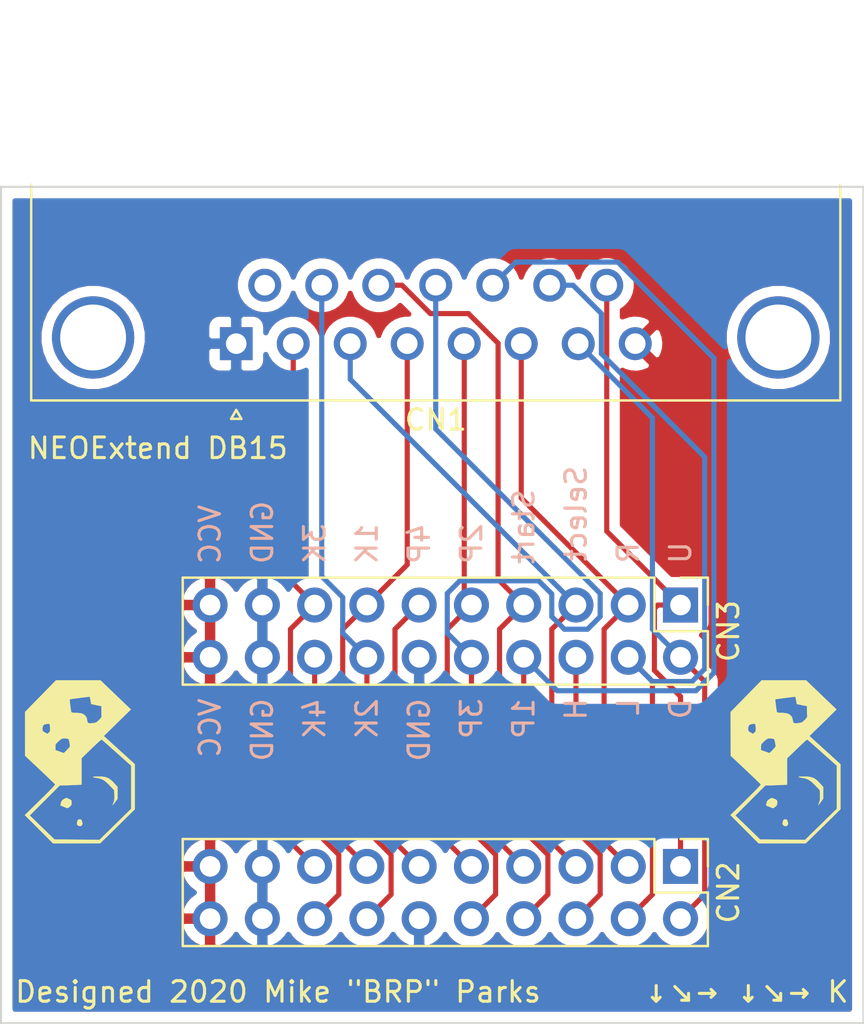
<source format=kicad_pcb>
(kicad_pcb (version 20171130) (host pcbnew "(5.1.5)-3")

  (general
    (thickness 1.6)
    (drawings 27)
    (tracks 124)
    (zones 0)
    (modules 5)
    (nets 19)
  )

  (page A4)
  (title_block
    (title "NEOExtend DB15")
    (date 2020-07-04)
  )

  (layers
    (0 F.Cu signal)
    (31 B.Cu signal)
    (32 B.Adhes user hide)
    (33 F.Adhes user hide)
    (34 B.Paste user hide)
    (35 F.Paste user hide)
    (36 B.SilkS user)
    (37 F.SilkS user)
    (38 B.Mask user)
    (39 F.Mask user)
    (40 Dwgs.User user hide)
    (41 Cmts.User user hide)
    (42 Eco1.User user hide)
    (43 Eco2.User user hide)
    (44 Edge.Cuts user)
    (45 Margin user hide)
    (46 B.CrtYd user hide)
    (47 F.CrtYd user hide)
    (48 B.Fab user)
    (49 F.Fab user)
  )

  (setup
    (last_trace_width 0.25)
    (trace_clearance 0.2)
    (zone_clearance 0.508)
    (zone_45_only no)
    (trace_min 0.2)
    (via_size 0.8)
    (via_drill 0.4)
    (via_min_size 0.4)
    (via_min_drill 0.3)
    (uvia_size 0.3)
    (uvia_drill 0.1)
    (uvias_allowed no)
    (uvia_min_size 0.2)
    (uvia_min_drill 0.1)
    (edge_width 0.1)
    (segment_width 0.2)
    (pcb_text_width 0.3)
    (pcb_text_size 1.5 1.5)
    (mod_edge_width 0.15)
    (mod_text_size 1 1)
    (mod_text_width 0.15)
    (pad_size 1.524 1.524)
    (pad_drill 0.762)
    (pad_to_mask_clearance 0)
    (aux_axis_origin 0 0)
    (visible_elements 7FFFFFFF)
    (pcbplotparams
      (layerselection 0x010fc_ffffffff)
      (usegerberextensions false)
      (usegerberattributes false)
      (usegerberadvancedattributes false)
      (creategerberjobfile false)
      (excludeedgelayer true)
      (linewidth 0.100000)
      (plotframeref false)
      (viasonmask false)
      (mode 1)
      (useauxorigin false)
      (hpglpennumber 1)
      (hpglpenspeed 20)
      (hpglpendiameter 15.000000)
      (psnegative false)
      (psa4output false)
      (plotreference true)
      (plotvalue true)
      (plotinvisibletext false)
      (padsonsilk false)
      (subtractmaskfromsilk false)
      (outputformat 1)
      (mirror false)
      (drillshape 1)
      (scaleselection 1)
      (outputdirectory ""))
  )

  (net 0 "")
  (net 1 /UP)
  (net 2 /LEFT)
  (net 3 /1P)
  (net 4 /3P)
  (net 5 /START)
  (net 6 /2K)
  (net 7 "Net-(CN1-Pad9)")
  (net 8 /VCC)
  (net 9 /2P)
  (net 10 /RIGHT)
  (net 11 /1K)
  (net 12 /SELECT)
  (net 13 /3K)
  (net 14 /GND)
  (net 15 /4K)
  (net 16 /4P)
  (net 17 /HOME)
  (net 18 /DOWN)

  (net_class Default "This is the default net class."
    (clearance 0.2)
    (trace_width 0.25)
    (via_dia 0.8)
    (via_drill 0.4)
    (uvia_dia 0.3)
    (uvia_drill 0.1)
    (add_net /1K)
    (add_net /1P)
    (add_net /2K)
    (add_net /2P)
    (add_net /3K)
    (add_net /3P)
    (add_net /4K)
    (add_net /4P)
    (add_net /DOWN)
    (add_net /GND)
    (add_net /HOME)
    (add_net /LEFT)
    (add_net /RIGHT)
    (add_net /SELECT)
    (add_net /START)
    (add_net /UP)
    (add_net /VCC)
    (add_net "Net-(CN1-Pad9)")
  )

  (module neoextend:ngface (layer F.Cu) (tedit 0) (tstamp 5EE26A8E)
    (at 157.48 91.44 90)
    (fp_text reference G*** (at 0 0 90) (layer F.SilkS) hide
      (effects (font (size 1.524 1.524) (thickness 0.3)))
    )
    (fp_text value LOGO (at 0.75 0 90) (layer F.SilkS) hide
      (effects (font (size 1.524 1.524) (thickness 0.3)))
    )
    (fp_poly (pts (xy -2.019964 -0.902401) (xy -1.932356 -0.879879) (xy -1.868672 -0.837003) (xy -1.813225 -0.761528)
      (xy -1.792868 -0.725155) (xy -1.765971 -0.671325) (xy -1.757731 -0.630995) (xy -1.769104 -0.584713)
      (xy -1.801047 -0.513027) (xy -1.80356 -0.507661) (xy -1.83943 -0.435224) (xy -1.87013 -0.39754)
      (xy -1.911812 -0.383251) (xy -1.980627 -0.381001) (xy -1.983693 -0.381) (xy -2.062255 -0.385537)
      (xy -2.115055 -0.406658) (xy -2.165694 -0.455631) (xy -2.18289 -0.476099) (xy -2.226707 -0.536445)
      (xy -2.250017 -0.583009) (xy -2.251036 -0.596749) (xy -2.236632 -0.632443) (xy -2.209469 -0.699583)
      (xy -2.180847 -0.77026) (xy -2.1209 -0.91822) (xy -2.019964 -0.902401)) (layer F.SilkS) (width 0.01))
    (fp_poly (pts (xy -2.953705 -0.117227) (xy -2.88925 -0.100265) (xy -2.826704 -0.077915) (xy -2.799788 -0.047007)
      (xy -2.794001 0.009228) (xy -2.794 0.009873) (xy -2.799566 0.065835) (xy -2.825726 0.097531)
      (xy -2.88667 0.121311) (xy -2.892197 0.122979) (xy -2.957475 0.142207) (xy -2.995122 0.148489)
      (xy -3.026527 0.142221) (xy -3.06705 0.126208) (xy -3.11095 0.084987) (xy -3.124598 0.021027)
      (xy -3.107043 -0.046915) (xy -3.07775 -0.084964) (xy -3.041147 -0.114105) (xy -3.005752 -0.124377)
      (xy -2.953705 -0.117227)) (layer F.SilkS) (width 0.01))
    (fp_poly (pts (xy -0.721172 0.68686) (xy -0.714117 0.765431) (xy -0.711254 0.894067) (xy -0.7112 0.918569)
      (xy -0.717652 1.107226) (xy -0.740539 1.258863) (xy -0.785163 1.386026) (xy -0.856823 1.501259)
      (xy -0.96082 1.617107) (xy -1.036246 1.687905) (xy -1.220883 1.8542) (xy -1.793863 1.8542)
      (xy -1.951032 1.737406) (xy -2.025423 1.681194) (xy -2.080797 1.637577) (xy -2.107247 1.614409)
      (xy -2.1082 1.612846) (xy -2.086793 1.616811) (xy -2.031447 1.635118) (xy -1.97485 1.655985)
      (xy -1.893983 1.682092) (xy -1.811729 1.696015) (xy -1.710381 1.699735) (xy -1.608884 1.696923)
      (xy -1.376268 1.686956) (xy -1.189784 1.511352) (xy -1.052743 1.376722) (xy -0.951145 1.261716)
      (xy -0.878893 1.15672) (xy -0.829891 1.052117) (xy -0.798041 0.938293) (xy -0.786779 0.875797)
      (xy -0.765224 0.752822) (xy -0.746953 0.680427) (xy -0.732194 0.658482) (xy -0.721172 0.68686)) (layer F.SilkS) (width 0.01))
    (fp_poly (pts (xy -1.856426 -1.907277) (xy -1.655429 -1.70295) (xy -1.483549 -1.530795) (xy -1.341747 -1.391729)
      (xy -1.230982 -1.286672) (xy -1.152218 -1.216544) (xy -1.106413 -1.182263) (xy -1.095291 -1.17919)
      (xy -1.071575 -1.201343) (xy -1.017036 -1.256423) (xy -0.93562 -1.340317) (xy -0.831274 -1.448916)
      (xy -0.732559 -1.552325) (xy 1.359997 -1.552325) (xy 1.422948 -1.485003) (xy 1.461168 -1.448944)
      (xy 1.500726 -1.429863) (xy 1.557664 -1.423778) (xy 1.648019 -1.426705) (xy 1.655986 -1.427144)
      (xy 1.744364 -1.434074) (xy 1.811148 -1.44306) (xy 1.841404 -1.451939) (xy 1.847009 -1.483813)
      (xy 1.844686 -1.548772) (xy 1.839347 -1.598352) (xy 1.824014 -1.680969) (xy 1.799681 -1.73005)
      (xy 1.757011 -1.762859) (xy 1.747652 -1.767859) (xy 1.669782 -1.792312) (xy 1.583288 -1.798765)
      (xy 1.579622 -1.798493) (xy 1.520734 -1.788272) (xy 1.47979 -1.761356) (xy 1.441242 -1.705143)
      (xy 1.422948 -1.671513) (xy 1.359997 -1.552325) (xy -0.732559 -1.552325) (xy -0.707946 -1.578108)
      (xy -0.56958 -1.723782) (xy -0.420123 -1.881828) (xy -0.38408 -1.920043) (xy 0.296491 -2.641958)
      (xy 1.360296 -2.643268) (xy 2.424102 -2.644579) (xy 3.193251 -1.891644) (xy 3.9624 -1.138708)
      (xy 3.9624 1.022576) (xy 3.51155 1.492722) (xy 3.37069 1.639654) (xy 3.224731 1.791981)
      (xy 3.082628 1.940353) (xy 2.953335 2.075419) (xy 2.845807 2.187829) (xy 2.803224 2.232384)
      (xy 2.545749 2.5019) (xy 1.900905 1.843481) (xy 1.25606 1.185063) (xy 0.571392 1.938731)
      (xy -0.113276 2.6924) (xy -2.303385 2.6924) (xy -2.848653 2.13995) (xy -3.002382 1.984031)
      (xy -3.16024 1.823628) (xy -3.314315 1.666801) (xy -3.456696 1.521612) (xy -3.57947 1.39612)
      (xy -3.674726 1.298386) (xy -3.677627 1.2954) (xy -3.961333 1.0033) (xy -3.961344 0.9779)
      (xy -3.786346 0.9779) (xy -3.033873 1.74625) (xy -2.281401 2.5146) (xy -0.188544 2.5146)
      (xy 0.444172 1.807318) (xy 0.587376 1.646844) (xy 0.719659 1.49785) (xy 0.837233 1.364661)
      (xy 0.93631 1.251601) (xy 1.013102 1.162993) (xy 1.063823 1.103162) (xy 1.084683 1.076431)
      (xy 1.084954 1.075837) (xy 1.070162 1.051817) (xy 1.024342 0.99663) (xy 0.952075 0.91534)
      (xy 0.857943 0.81301) (xy 0.746527 0.694702) (xy 0.6332 0.576618) (xy 0.584926 0.526748)
      (xy 1.872128 0.526748) (xy 1.881496 0.633117) (xy 1.894342 0.731868) (xy 1.911546 0.799145)
      (xy 1.942146 0.853813) (xy 1.99518 0.914739) (xy 2.036851 0.957413) (xy 2.107701 1.023133)
      (xy 2.166592 1.066667) (xy 2.20315 1.080461) (xy 2.205099 1.079945) (xy 2.244546 1.074128)
      (xy 2.321287 1.06963) (xy 2.421821 1.067111) (xy 2.473191 1.0668) (xy 2.707028 1.0668)
      (xy 2.756864 0.819281) (xy 2.8067 0.571763) (xy 2.982098 0.540166) (xy 3.069655 0.523669)
      (xy 3.134541 0.510076) (xy 3.163487 0.502178) (xy 3.163804 0.501934) (xy 3.162646 0.476132)
      (xy 3.155779 0.409441) (xy 3.144416 0.3113) (xy 3.129772 0.191146) (xy 3.113061 0.058415)
      (xy 3.095498 -0.077454) (xy 3.078298 -0.207023) (xy 3.062675 -0.320856) (xy 3.049843 -0.409515)
      (xy 3.041018 -0.463562) (xy 3.037992 -0.475675) (xy 3.010786 -0.476165) (xy 2.945311 -0.470503)
      (xy 2.853506 -0.460259) (xy 2.74731 -0.447005) (xy 2.638663 -0.432313) (xy 2.539505 -0.417755)
      (xy 2.461776 -0.404903) (xy 2.417414 -0.395327) (xy 2.412387 -0.393322) (xy 2.396063 -0.360059)
      (xy 2.387699 -0.297796) (xy 2.387419 -0.284251) (xy 2.384856 -0.208493) (xy 2.378382 -0.106651)
      (xy 2.371075 -0.019366) (xy 2.357632 0.082923) (xy 2.335651 0.154947) (xy 2.297444 0.217233)
      (xy 2.269725 0.251291) (xy 2.204993 0.316544) (xy 2.139876 0.35127) (xy 2.059433 0.36802)
      (xy 1.964259 0.384633) (xy 1.906036 0.409595) (xy 1.877685 0.453451) (xy 1.872128 0.526748)
      (xy 0.584926 0.526748) (xy 0.173379 0.101599) (xy -0.46816 0.1016) (xy -1.109698 0.1016)
      (xy -1.126257 -0.26035) (xy -1.132463 -0.407957) (xy -1.137624 -0.553421) (xy -1.141255 -0.681367)
      (xy -1.142554 -0.757881) (xy 0.424766 -0.757881) (xy 0.573538 -0.607541) (xy 0.646303 -0.538139)
      (xy 0.709074 -0.485694) (xy 0.75114 -0.458924) (xy 0.758276 -0.4572) (xy 0.801047 -0.4616)
      (xy 0.876174 -0.473042) (xy 0.95323 -0.486495) (xy 1.039704 -0.503804) (xy 1.088703 -0.521229)
      (xy 1.112818 -0.547495) (xy 1.124638 -0.591327) (xy 1.127329 -0.607145) (xy 1.142243 -0.720037)
      (xy 1.139264 -0.803335) (xy 1.113031 -0.874272) (xy 1.058181 -0.950085) (xy 1.000564 -1.014553)
      (xy 0.929515 -1.089963) (xy 0.87894 -1.135543) (xy 0.83487 -1.158802) (xy 0.783336 -1.167252)
      (xy 0.714378 -1.1684) (xy 0.570628 -1.1684) (xy 0.497697 -0.963141) (xy 0.424766 -0.757881)
      (xy -1.142554 -0.757881) (xy -1.142869 -0.776418) (xy -1.142908 -0.787565) (xy -1.143 -0.952829)
      (xy -1.87423 -1.683733) (xy -2.60546 -2.414636) (xy -3.771838 -1.21061) (xy -3.786346 0.9779)
      (xy -3.961344 0.9779) (xy -3.961867 -0.139877) (xy -3.9624 -1.283053) (xy -3.27466 -1.968677)
      (xy -2.586919 -2.6543) (xy -1.856426 -1.907277)) (layer F.SilkS) (width 0.01))
  )

  (module neoextend:ngface (layer F.Cu) (tedit 0) (tstamp 5EE26A28)
    (at 123.19 91.44 90)
    (fp_text reference G*** (at 0 0 90) (layer F.SilkS) hide
      (effects (font (size 1.524 1.524) (thickness 0.3)))
    )
    (fp_text value LOGO (at 0.75 0 90) (layer F.SilkS) hide
      (effects (font (size 1.524 1.524) (thickness 0.3)))
    )
    (fp_poly (pts (xy -1.856426 -1.907277) (xy -1.655429 -1.70295) (xy -1.483549 -1.530795) (xy -1.341747 -1.391729)
      (xy -1.230982 -1.286672) (xy -1.152218 -1.216544) (xy -1.106413 -1.182263) (xy -1.095291 -1.17919)
      (xy -1.071575 -1.201343) (xy -1.017036 -1.256423) (xy -0.93562 -1.340317) (xy -0.831274 -1.448916)
      (xy -0.732559 -1.552325) (xy 1.359997 -1.552325) (xy 1.422948 -1.485003) (xy 1.461168 -1.448944)
      (xy 1.500726 -1.429863) (xy 1.557664 -1.423778) (xy 1.648019 -1.426705) (xy 1.655986 -1.427144)
      (xy 1.744364 -1.434074) (xy 1.811148 -1.44306) (xy 1.841404 -1.451939) (xy 1.847009 -1.483813)
      (xy 1.844686 -1.548772) (xy 1.839347 -1.598352) (xy 1.824014 -1.680969) (xy 1.799681 -1.73005)
      (xy 1.757011 -1.762859) (xy 1.747652 -1.767859) (xy 1.669782 -1.792312) (xy 1.583288 -1.798765)
      (xy 1.579622 -1.798493) (xy 1.520734 -1.788272) (xy 1.47979 -1.761356) (xy 1.441242 -1.705143)
      (xy 1.422948 -1.671513) (xy 1.359997 -1.552325) (xy -0.732559 -1.552325) (xy -0.707946 -1.578108)
      (xy -0.56958 -1.723782) (xy -0.420123 -1.881828) (xy -0.38408 -1.920043) (xy 0.296491 -2.641958)
      (xy 1.360296 -2.643268) (xy 2.424102 -2.644579) (xy 3.193251 -1.891644) (xy 3.9624 -1.138708)
      (xy 3.9624 1.022576) (xy 3.51155 1.492722) (xy 3.37069 1.639654) (xy 3.224731 1.791981)
      (xy 3.082628 1.940353) (xy 2.953335 2.075419) (xy 2.845807 2.187829) (xy 2.803224 2.232384)
      (xy 2.545749 2.5019) (xy 1.900905 1.843481) (xy 1.25606 1.185063) (xy 0.571392 1.938731)
      (xy -0.113276 2.6924) (xy -2.303385 2.6924) (xy -2.848653 2.13995) (xy -3.002382 1.984031)
      (xy -3.16024 1.823628) (xy -3.314315 1.666801) (xy -3.456696 1.521612) (xy -3.57947 1.39612)
      (xy -3.674726 1.298386) (xy -3.677627 1.2954) (xy -3.961333 1.0033) (xy -3.961344 0.9779)
      (xy -3.786346 0.9779) (xy -3.033873 1.74625) (xy -2.281401 2.5146) (xy -0.188544 2.5146)
      (xy 0.444172 1.807318) (xy 0.587376 1.646844) (xy 0.719659 1.49785) (xy 0.837233 1.364661)
      (xy 0.93631 1.251601) (xy 1.013102 1.162993) (xy 1.063823 1.103162) (xy 1.084683 1.076431)
      (xy 1.084954 1.075837) (xy 1.070162 1.051817) (xy 1.024342 0.99663) (xy 0.952075 0.91534)
      (xy 0.857943 0.81301) (xy 0.746527 0.694702) (xy 0.6332 0.576618) (xy 0.584926 0.526748)
      (xy 1.872128 0.526748) (xy 1.881496 0.633117) (xy 1.894342 0.731868) (xy 1.911546 0.799145)
      (xy 1.942146 0.853813) (xy 1.99518 0.914739) (xy 2.036851 0.957413) (xy 2.107701 1.023133)
      (xy 2.166592 1.066667) (xy 2.20315 1.080461) (xy 2.205099 1.079945) (xy 2.244546 1.074128)
      (xy 2.321287 1.06963) (xy 2.421821 1.067111) (xy 2.473191 1.0668) (xy 2.707028 1.0668)
      (xy 2.756864 0.819281) (xy 2.8067 0.571763) (xy 2.982098 0.540166) (xy 3.069655 0.523669)
      (xy 3.134541 0.510076) (xy 3.163487 0.502178) (xy 3.163804 0.501934) (xy 3.162646 0.476132)
      (xy 3.155779 0.409441) (xy 3.144416 0.3113) (xy 3.129772 0.191146) (xy 3.113061 0.058415)
      (xy 3.095498 -0.077454) (xy 3.078298 -0.207023) (xy 3.062675 -0.320856) (xy 3.049843 -0.409515)
      (xy 3.041018 -0.463562) (xy 3.037992 -0.475675) (xy 3.010786 -0.476165) (xy 2.945311 -0.470503)
      (xy 2.853506 -0.460259) (xy 2.74731 -0.447005) (xy 2.638663 -0.432313) (xy 2.539505 -0.417755)
      (xy 2.461776 -0.404903) (xy 2.417414 -0.395327) (xy 2.412387 -0.393322) (xy 2.396063 -0.360059)
      (xy 2.387699 -0.297796) (xy 2.387419 -0.284251) (xy 2.384856 -0.208493) (xy 2.378382 -0.106651)
      (xy 2.371075 -0.019366) (xy 2.357632 0.082923) (xy 2.335651 0.154947) (xy 2.297444 0.217233)
      (xy 2.269725 0.251291) (xy 2.204993 0.316544) (xy 2.139876 0.35127) (xy 2.059433 0.36802)
      (xy 1.964259 0.384633) (xy 1.906036 0.409595) (xy 1.877685 0.453451) (xy 1.872128 0.526748)
      (xy 0.584926 0.526748) (xy 0.173379 0.101599) (xy -0.46816 0.1016) (xy -1.109698 0.1016)
      (xy -1.126257 -0.26035) (xy -1.132463 -0.407957) (xy -1.137624 -0.553421) (xy -1.141255 -0.681367)
      (xy -1.142554 -0.757881) (xy 0.424766 -0.757881) (xy 0.573538 -0.607541) (xy 0.646303 -0.538139)
      (xy 0.709074 -0.485694) (xy 0.75114 -0.458924) (xy 0.758276 -0.4572) (xy 0.801047 -0.4616)
      (xy 0.876174 -0.473042) (xy 0.95323 -0.486495) (xy 1.039704 -0.503804) (xy 1.088703 -0.521229)
      (xy 1.112818 -0.547495) (xy 1.124638 -0.591327) (xy 1.127329 -0.607145) (xy 1.142243 -0.720037)
      (xy 1.139264 -0.803335) (xy 1.113031 -0.874272) (xy 1.058181 -0.950085) (xy 1.000564 -1.014553)
      (xy 0.929515 -1.089963) (xy 0.87894 -1.135543) (xy 0.83487 -1.158802) (xy 0.783336 -1.167252)
      (xy 0.714378 -1.1684) (xy 0.570628 -1.1684) (xy 0.497697 -0.963141) (xy 0.424766 -0.757881)
      (xy -1.142554 -0.757881) (xy -1.142869 -0.776418) (xy -1.142908 -0.787565) (xy -1.143 -0.952829)
      (xy -1.87423 -1.683733) (xy -2.60546 -2.414636) (xy -3.771838 -1.21061) (xy -3.786346 0.9779)
      (xy -3.961344 0.9779) (xy -3.961867 -0.139877) (xy -3.9624 -1.283053) (xy -3.27466 -1.968677)
      (xy -2.586919 -2.6543) (xy -1.856426 -1.907277)) (layer F.SilkS) (width 0.01))
    (fp_poly (pts (xy -0.721172 0.68686) (xy -0.714117 0.765431) (xy -0.711254 0.894067) (xy -0.7112 0.918569)
      (xy -0.717652 1.107226) (xy -0.740539 1.258863) (xy -0.785163 1.386026) (xy -0.856823 1.501259)
      (xy -0.96082 1.617107) (xy -1.036246 1.687905) (xy -1.220883 1.8542) (xy -1.793863 1.8542)
      (xy -1.951032 1.737406) (xy -2.025423 1.681194) (xy -2.080797 1.637577) (xy -2.107247 1.614409)
      (xy -2.1082 1.612846) (xy -2.086793 1.616811) (xy -2.031447 1.635118) (xy -1.97485 1.655985)
      (xy -1.893983 1.682092) (xy -1.811729 1.696015) (xy -1.710381 1.699735) (xy -1.608884 1.696923)
      (xy -1.376268 1.686956) (xy -1.189784 1.511352) (xy -1.052743 1.376722) (xy -0.951145 1.261716)
      (xy -0.878893 1.15672) (xy -0.829891 1.052117) (xy -0.798041 0.938293) (xy -0.786779 0.875797)
      (xy -0.765224 0.752822) (xy -0.746953 0.680427) (xy -0.732194 0.658482) (xy -0.721172 0.68686)) (layer F.SilkS) (width 0.01))
    (fp_poly (pts (xy -2.953705 -0.117227) (xy -2.88925 -0.100265) (xy -2.826704 -0.077915) (xy -2.799788 -0.047007)
      (xy -2.794001 0.009228) (xy -2.794 0.009873) (xy -2.799566 0.065835) (xy -2.825726 0.097531)
      (xy -2.88667 0.121311) (xy -2.892197 0.122979) (xy -2.957475 0.142207) (xy -2.995122 0.148489)
      (xy -3.026527 0.142221) (xy -3.06705 0.126208) (xy -3.11095 0.084987) (xy -3.124598 0.021027)
      (xy -3.107043 -0.046915) (xy -3.07775 -0.084964) (xy -3.041147 -0.114105) (xy -3.005752 -0.124377)
      (xy -2.953705 -0.117227)) (layer F.SilkS) (width 0.01))
    (fp_poly (pts (xy -2.019964 -0.902401) (xy -1.932356 -0.879879) (xy -1.868672 -0.837003) (xy -1.813225 -0.761528)
      (xy -1.792868 -0.725155) (xy -1.765971 -0.671325) (xy -1.757731 -0.630995) (xy -1.769104 -0.584713)
      (xy -1.801047 -0.513027) (xy -1.80356 -0.507661) (xy -1.83943 -0.435224) (xy -1.87013 -0.39754)
      (xy -1.911812 -0.383251) (xy -1.980627 -0.381001) (xy -1.983693 -0.381) (xy -2.062255 -0.385537)
      (xy -2.115055 -0.406658) (xy -2.165694 -0.455631) (xy -2.18289 -0.476099) (xy -2.226707 -0.536445)
      (xy -2.250017 -0.583009) (xy -2.251036 -0.596749) (xy -2.236632 -0.632443) (xy -2.209469 -0.699583)
      (xy -2.180847 -0.77026) (xy -2.1209 -0.91822) (xy -2.019964 -0.902401)) (layer F.SilkS) (width 0.01))
  )

  (module Connector_PinHeader_2.54mm:PinHeader_2x10_P2.54mm_Vertical (layer F.Cu) (tedit 59FED5CC) (tstamp 5EE1FDF7)
    (at 152.4 83.82 270)
    (descr "Through hole straight pin header, 2x10, 2.54mm pitch, double rows")
    (tags "Through hole pin header THT 2x10 2.54mm double row")
    (path /5ECA7E7D)
    (fp_text reference CN3 (at 1.27 -2.33 90) (layer F.SilkS)
      (effects (font (size 1 1) (thickness 0.15)))
    )
    (fp_text value "Out 2x10" (at 1.27 25.19 90) (layer F.Fab)
      (effects (font (size 1 1) (thickness 0.15)))
    )
    (fp_text user %R (at 1.27 11.43) (layer F.Fab)
      (effects (font (size 1 1) (thickness 0.15)))
    )
    (fp_line (start 4.35 -1.8) (end -1.8 -1.8) (layer F.CrtYd) (width 0.05))
    (fp_line (start 4.35 24.65) (end 4.35 -1.8) (layer F.CrtYd) (width 0.05))
    (fp_line (start -1.8 24.65) (end 4.35 24.65) (layer F.CrtYd) (width 0.05))
    (fp_line (start -1.8 -1.8) (end -1.8 24.65) (layer F.CrtYd) (width 0.05))
    (fp_line (start -1.33 -1.33) (end 0 -1.33) (layer F.SilkS) (width 0.12))
    (fp_line (start -1.33 0) (end -1.33 -1.33) (layer F.SilkS) (width 0.12))
    (fp_line (start 1.27 -1.33) (end 3.87 -1.33) (layer F.SilkS) (width 0.12))
    (fp_line (start 1.27 1.27) (end 1.27 -1.33) (layer F.SilkS) (width 0.12))
    (fp_line (start -1.33 1.27) (end 1.27 1.27) (layer F.SilkS) (width 0.12))
    (fp_line (start 3.87 -1.33) (end 3.87 24.19) (layer F.SilkS) (width 0.12))
    (fp_line (start -1.33 1.27) (end -1.33 24.19) (layer F.SilkS) (width 0.12))
    (fp_line (start -1.33 24.19) (end 3.87 24.19) (layer F.SilkS) (width 0.12))
    (fp_line (start -1.27 0) (end 0 -1.27) (layer F.Fab) (width 0.1))
    (fp_line (start -1.27 24.13) (end -1.27 0) (layer F.Fab) (width 0.1))
    (fp_line (start 3.81 24.13) (end -1.27 24.13) (layer F.Fab) (width 0.1))
    (fp_line (start 3.81 -1.27) (end 3.81 24.13) (layer F.Fab) (width 0.1))
    (fp_line (start 0 -1.27) (end 3.81 -1.27) (layer F.Fab) (width 0.1))
    (pad 20 thru_hole oval (at 2.54 22.86 270) (size 1.7 1.7) (drill 1) (layers *.Cu *.Mask)
      (net 8 /VCC))
    (pad 19 thru_hole oval (at 0 22.86 270) (size 1.7 1.7) (drill 1) (layers *.Cu *.Mask)
      (net 8 /VCC))
    (pad 18 thru_hole oval (at 2.54 20.32 270) (size 1.7 1.7) (drill 1) (layers *.Cu *.Mask)
      (net 14 /GND))
    (pad 17 thru_hole oval (at 0 20.32 270) (size 1.7 1.7) (drill 1) (layers *.Cu *.Mask)
      (net 14 /GND))
    (pad 16 thru_hole oval (at 2.54 17.78 270) (size 1.7 1.7) (drill 1) (layers *.Cu *.Mask)
      (net 15 /4K))
    (pad 15 thru_hole oval (at 0 17.78 270) (size 1.7 1.7) (drill 1) (layers *.Cu *.Mask)
      (net 13 /3K))
    (pad 14 thru_hole oval (at 2.54 15.24 270) (size 1.7 1.7) (drill 1) (layers *.Cu *.Mask)
      (net 6 /2K))
    (pad 13 thru_hole oval (at 0 15.24 270) (size 1.7 1.7) (drill 1) (layers *.Cu *.Mask)
      (net 11 /1K))
    (pad 12 thru_hole oval (at 2.54 12.7 270) (size 1.7 1.7) (drill 1) (layers *.Cu *.Mask)
      (net 14 /GND))
    (pad 11 thru_hole oval (at 0 12.7 270) (size 1.7 1.7) (drill 1) (layers *.Cu *.Mask)
      (net 16 /4P))
    (pad 10 thru_hole oval (at 2.54 10.16 270) (size 1.7 1.7) (drill 1) (layers *.Cu *.Mask)
      (net 4 /3P))
    (pad 9 thru_hole oval (at 0 10.16 270) (size 1.7 1.7) (drill 1) (layers *.Cu *.Mask)
      (net 9 /2P))
    (pad 8 thru_hole oval (at 2.54 7.62 270) (size 1.7 1.7) (drill 1) (layers *.Cu *.Mask)
      (net 3 /1P))
    (pad 7 thru_hole oval (at 0 7.62 270) (size 1.7 1.7) (drill 1) (layers *.Cu *.Mask)
      (net 5 /START))
    (pad 6 thru_hole oval (at 2.54 5.08 270) (size 1.7 1.7) (drill 1) (layers *.Cu *.Mask)
      (net 17 /HOME))
    (pad 5 thru_hole oval (at 0 5.08 270) (size 1.7 1.7) (drill 1) (layers *.Cu *.Mask)
      (net 12 /SELECT))
    (pad 4 thru_hole oval (at 2.54 2.54 270) (size 1.7 1.7) (drill 1) (layers *.Cu *.Mask)
      (net 2 /LEFT))
    (pad 3 thru_hole oval (at 0 2.54 270) (size 1.7 1.7) (drill 1) (layers *.Cu *.Mask)
      (net 10 /RIGHT))
    (pad 2 thru_hole oval (at 2.54 0 270) (size 1.7 1.7) (drill 1) (layers *.Cu *.Mask)
      (net 18 /DOWN))
    (pad 1 thru_hole rect (at 0 0 270) (size 1.7 1.7) (drill 1) (layers *.Cu *.Mask)
      (net 1 /UP))
    (model ${KISYS3DMOD}/Connector_PinHeader_2.54mm.3dshapes/PinHeader_2x10_P2.54mm_Vertical.wrl
      (at (xyz 0 0 0))
      (scale (xyz 1 1 1))
      (rotate (xyz 0 0 0))
    )
  )

  (module Connector_PinHeader_2.54mm:PinHeader_2x10_P2.54mm_Vertical (layer F.Cu) (tedit 59FED5CC) (tstamp 5EE1FDCD)
    (at 152.4 96.52 270)
    (descr "Through hole straight pin header, 2x10, 2.54mm pitch, double rows")
    (tags "Through hole pin header THT 2x10 2.54mm double row")
    (path /5ECA68A9)
    (fp_text reference CN2 (at 1.27 -2.33 90) (layer F.SilkS)
      (effects (font (size 1 1) (thickness 0.15)))
    )
    (fp_text value "In 2x10" (at 1.27 25.19 90) (layer F.Fab)
      (effects (font (size 1 1) (thickness 0.15)))
    )
    (fp_text user %R (at 1.27 11.43) (layer F.Fab)
      (effects (font (size 1 1) (thickness 0.15)))
    )
    (fp_line (start 4.35 -1.8) (end -1.8 -1.8) (layer F.CrtYd) (width 0.05))
    (fp_line (start 4.35 24.65) (end 4.35 -1.8) (layer F.CrtYd) (width 0.05))
    (fp_line (start -1.8 24.65) (end 4.35 24.65) (layer F.CrtYd) (width 0.05))
    (fp_line (start -1.8 -1.8) (end -1.8 24.65) (layer F.CrtYd) (width 0.05))
    (fp_line (start -1.33 -1.33) (end 0 -1.33) (layer F.SilkS) (width 0.12))
    (fp_line (start -1.33 0) (end -1.33 -1.33) (layer F.SilkS) (width 0.12))
    (fp_line (start 1.27 -1.33) (end 3.87 -1.33) (layer F.SilkS) (width 0.12))
    (fp_line (start 1.27 1.27) (end 1.27 -1.33) (layer F.SilkS) (width 0.12))
    (fp_line (start -1.33 1.27) (end 1.27 1.27) (layer F.SilkS) (width 0.12))
    (fp_line (start 3.87 -1.33) (end 3.87 24.19) (layer F.SilkS) (width 0.12))
    (fp_line (start -1.33 1.27) (end -1.33 24.19) (layer F.SilkS) (width 0.12))
    (fp_line (start -1.33 24.19) (end 3.87 24.19) (layer F.SilkS) (width 0.12))
    (fp_line (start -1.27 0) (end 0 -1.27) (layer F.Fab) (width 0.1))
    (fp_line (start -1.27 24.13) (end -1.27 0) (layer F.Fab) (width 0.1))
    (fp_line (start 3.81 24.13) (end -1.27 24.13) (layer F.Fab) (width 0.1))
    (fp_line (start 3.81 -1.27) (end 3.81 24.13) (layer F.Fab) (width 0.1))
    (fp_line (start 0 -1.27) (end 3.81 -1.27) (layer F.Fab) (width 0.1))
    (pad 20 thru_hole oval (at 2.54 22.86 270) (size 1.7 1.7) (drill 1) (layers *.Cu *.Mask)
      (net 8 /VCC))
    (pad 19 thru_hole oval (at 0 22.86 270) (size 1.7 1.7) (drill 1) (layers *.Cu *.Mask)
      (net 8 /VCC))
    (pad 18 thru_hole oval (at 2.54 20.32 270) (size 1.7 1.7) (drill 1) (layers *.Cu *.Mask)
      (net 14 /GND))
    (pad 17 thru_hole oval (at 0 20.32 270) (size 1.7 1.7) (drill 1) (layers *.Cu *.Mask)
      (net 14 /GND))
    (pad 16 thru_hole oval (at 2.54 17.78 270) (size 1.7 1.7) (drill 1) (layers *.Cu *.Mask)
      (net 15 /4K))
    (pad 15 thru_hole oval (at 0 17.78 270) (size 1.7 1.7) (drill 1) (layers *.Cu *.Mask)
      (net 13 /3K))
    (pad 14 thru_hole oval (at 2.54 15.24 270) (size 1.7 1.7) (drill 1) (layers *.Cu *.Mask)
      (net 6 /2K))
    (pad 13 thru_hole oval (at 0 15.24 270) (size 1.7 1.7) (drill 1) (layers *.Cu *.Mask)
      (net 11 /1K))
    (pad 12 thru_hole oval (at 2.54 12.7 270) (size 1.7 1.7) (drill 1) (layers *.Cu *.Mask)
      (net 14 /GND))
    (pad 11 thru_hole oval (at 0 12.7 270) (size 1.7 1.7) (drill 1) (layers *.Cu *.Mask)
      (net 16 /4P))
    (pad 10 thru_hole oval (at 2.54 10.16 270) (size 1.7 1.7) (drill 1) (layers *.Cu *.Mask)
      (net 4 /3P))
    (pad 9 thru_hole oval (at 0 10.16 270) (size 1.7 1.7) (drill 1) (layers *.Cu *.Mask)
      (net 9 /2P))
    (pad 8 thru_hole oval (at 2.54 7.62 270) (size 1.7 1.7) (drill 1) (layers *.Cu *.Mask)
      (net 3 /1P))
    (pad 7 thru_hole oval (at 0 7.62 270) (size 1.7 1.7) (drill 1) (layers *.Cu *.Mask)
      (net 5 /START))
    (pad 6 thru_hole oval (at 2.54 5.08 270) (size 1.7 1.7) (drill 1) (layers *.Cu *.Mask)
      (net 17 /HOME))
    (pad 5 thru_hole oval (at 0 5.08 270) (size 1.7 1.7) (drill 1) (layers *.Cu *.Mask)
      (net 12 /SELECT))
    (pad 4 thru_hole oval (at 2.54 2.54 270) (size 1.7 1.7) (drill 1) (layers *.Cu *.Mask)
      (net 2 /LEFT))
    (pad 3 thru_hole oval (at 0 2.54 270) (size 1.7 1.7) (drill 1) (layers *.Cu *.Mask)
      (net 10 /RIGHT))
    (pad 2 thru_hole oval (at 2.54 0 270) (size 1.7 1.7) (drill 1) (layers *.Cu *.Mask)
      (net 18 /DOWN))
    (pad 1 thru_hole rect (at 0 0 270) (size 1.7 1.7) (drill 1) (layers *.Cu *.Mask)
      (net 1 /UP))
    (model ${KISYS3DMOD}/Connector_PinHeader_2.54mm.3dshapes/PinHeader_2x10_P2.54mm_Vertical.wrl
      (at (xyz 0 0 0))
      (scale (xyz 1 1 1))
      (rotate (xyz 0 0 0))
    )
  )

  (module Connector_Dsub:DSUB-15_Female_Horizontal_P2.77x2.84mm_EdgePinOffset4.94mm_Housed_MountingHolesOffset7.48mm (layer F.Cu) (tedit 59FEDEE2) (tstamp 5EE1FDA3)
    (at 130.81 71.12 180)
    (descr "15-pin D-Sub connector, horizontal/angled (90 deg), THT-mount, female, pitch 2.77x2.84mm, pin-PCB-offset 4.9399999999999995mm, distance of mounting holes 33.3mm, distance of mounting holes to PCB edge 7.4799999999999995mm, see https://disti-assets.s3.amazonaws.com/tonar/files/datasheets/16730.pdf")
    (tags "15-pin D-Sub connector horizontal angled 90deg THT female pitch 2.77x2.84mm pin-PCB-offset 4.9399999999999995mm mounting-holes-distance 33.3mm mounting-hole-offset 33.3mm")
    (path /5EE22279)
    (fp_text reference CN1 (at -9.695 -3.7) (layer F.SilkS)
      (effects (font (size 1 1) (thickness 0.15)))
    )
    (fp_text value DB15_Female (at -9.695 15.85) (layer F.Fab)
      (effects (font (size 1 1) (thickness 0.15)))
    )
    (fp_text user %R (at -9.695 11.265) (layer F.Fab)
      (effects (font (size 1 1) (thickness 0.15)))
    )
    (fp_line (start 10.45 -3.25) (end -29.8 -3.25) (layer F.CrtYd) (width 0.05))
    (fp_line (start 10.45 14.85) (end 10.45 -3.25) (layer F.CrtYd) (width 0.05))
    (fp_line (start -29.8 14.85) (end 10.45 14.85) (layer F.CrtYd) (width 0.05))
    (fp_line (start -29.8 -3.25) (end -29.8 14.85) (layer F.CrtYd) (width 0.05))
    (fp_line (start 0 -3.221325) (end -0.25 -3.654338) (layer F.SilkS) (width 0.12))
    (fp_line (start 0.25 -3.654338) (end 0 -3.221325) (layer F.SilkS) (width 0.12))
    (fp_line (start -0.25 -3.654338) (end 0.25 -3.654338) (layer F.SilkS) (width 0.12))
    (fp_line (start 9.965 -2.76) (end 9.965 7.72) (layer F.SilkS) (width 0.12))
    (fp_line (start -29.355 -2.76) (end 9.965 -2.76) (layer F.SilkS) (width 0.12))
    (fp_line (start -29.355 7.72) (end -29.355 -2.76) (layer F.SilkS) (width 0.12))
    (fp_line (start 8.555 7.78) (end 8.555 0.3) (layer F.Fab) (width 0.1))
    (fp_line (start 5.355 7.78) (end 5.355 0.3) (layer F.Fab) (width 0.1))
    (fp_line (start -24.745 7.78) (end -24.745 0.3) (layer F.Fab) (width 0.1))
    (fp_line (start -27.945 7.78) (end -27.945 0.3) (layer F.Fab) (width 0.1))
    (fp_line (start 9.455 8.18) (end 4.455 8.18) (layer F.Fab) (width 0.1))
    (fp_line (start 9.455 13.18) (end 9.455 8.18) (layer F.Fab) (width 0.1))
    (fp_line (start 4.455 13.18) (end 9.455 13.18) (layer F.Fab) (width 0.1))
    (fp_line (start 4.455 8.18) (end 4.455 13.18) (layer F.Fab) (width 0.1))
    (fp_line (start -23.845 8.18) (end -28.845 8.18) (layer F.Fab) (width 0.1))
    (fp_line (start -23.845 13.18) (end -23.845 8.18) (layer F.Fab) (width 0.1))
    (fp_line (start -28.845 13.18) (end -23.845 13.18) (layer F.Fab) (width 0.1))
    (fp_line (start -28.845 8.18) (end -28.845 13.18) (layer F.Fab) (width 0.1))
    (fp_line (start 2.605 8.18) (end -21.995 8.18) (layer F.Fab) (width 0.1))
    (fp_line (start 2.605 14.35) (end 2.605 8.18) (layer F.Fab) (width 0.1))
    (fp_line (start -21.995 14.35) (end 2.605 14.35) (layer F.Fab) (width 0.1))
    (fp_line (start -21.995 8.18) (end -21.995 14.35) (layer F.Fab) (width 0.1))
    (fp_line (start 9.905 7.78) (end -29.295 7.78) (layer F.Fab) (width 0.1))
    (fp_line (start 9.905 8.18) (end 9.905 7.78) (layer F.Fab) (width 0.1))
    (fp_line (start -29.295 8.18) (end 9.905 8.18) (layer F.Fab) (width 0.1))
    (fp_line (start -29.295 7.78) (end -29.295 8.18) (layer F.Fab) (width 0.1))
    (fp_line (start 9.905 -2.7) (end -29.295 -2.7) (layer F.Fab) (width 0.1))
    (fp_line (start 9.905 7.78) (end 9.905 -2.7) (layer F.Fab) (width 0.1))
    (fp_line (start -29.295 7.78) (end 9.905 7.78) (layer F.Fab) (width 0.1))
    (fp_line (start -29.295 -2.7) (end -29.295 7.78) (layer F.Fab) (width 0.1))
    (fp_arc (start 6.955 0.3) (end 5.355 0.3) (angle 180) (layer F.Fab) (width 0.1))
    (fp_arc (start -26.345 0.3) (end -27.945 0.3) (angle 180) (layer F.Fab) (width 0.1))
    (pad 0 thru_hole circle (at 6.955 0.3 180) (size 4 4) (drill 3.2) (layers *.Cu *.Mask))
    (pad 0 thru_hole circle (at -26.345 0.3 180) (size 4 4) (drill 3.2) (layers *.Cu *.Mask))
    (pad 15 thru_hole circle (at -18.005 2.84 180) (size 1.6 1.6) (drill 1) (layers *.Cu *.Mask)
      (net 1 /UP))
    (pad 14 thru_hole circle (at -15.235 2.84 180) (size 1.6 1.6) (drill 1) (layers *.Cu *.Mask)
      (net 2 /LEFT))
    (pad 13 thru_hole circle (at -12.465 2.84 180) (size 1.6 1.6) (drill 1) (layers *.Cu *.Mask)
      (net 3 /1P))
    (pad 12 thru_hole circle (at -9.695 2.84 180) (size 1.6 1.6) (drill 1) (layers *.Cu *.Mask)
      (net 4 /3P))
    (pad 11 thru_hole circle (at -6.925 2.84 180) (size 1.6 1.6) (drill 1) (layers *.Cu *.Mask)
      (net 5 /START))
    (pad 10 thru_hole circle (at -4.155 2.84 180) (size 1.6 1.6) (drill 1) (layers *.Cu *.Mask)
      (net 6 /2K))
    (pad 9 thru_hole circle (at -1.385 2.84 180) (size 1.6 1.6) (drill 1) (layers *.Cu *.Mask)
      (net 7 "Net-(CN1-Pad9)"))
    (pad 8 thru_hole circle (at -19.39 0 180) (size 1.6 1.6) (drill 1) (layers *.Cu *.Mask)
      (net 8 /VCC))
    (pad 7 thru_hole circle (at -16.62 0 180) (size 1.6 1.6) (drill 1) (layers *.Cu *.Mask)
      (net 18 /DOWN))
    (pad 6 thru_hole circle (at -13.85 0 180) (size 1.6 1.6) (drill 1) (layers *.Cu *.Mask)
      (net 10 /RIGHT))
    (pad 5 thru_hole circle (at -11.08 0 180) (size 1.6 1.6) (drill 1) (layers *.Cu *.Mask)
      (net 9 /2P))
    (pad 4 thru_hole circle (at -8.31 0 180) (size 1.6 1.6) (drill 1) (layers *.Cu *.Mask)
      (net 11 /1K))
    (pad 3 thru_hole circle (at -5.54 0 180) (size 1.6 1.6) (drill 1) (layers *.Cu *.Mask)
      (net 12 /SELECT))
    (pad 2 thru_hole circle (at -2.77 0 180) (size 1.6 1.6) (drill 1) (layers *.Cu *.Mask)
      (net 13 /3K))
    (pad 1 thru_hole rect (at 0 0 180) (size 1.6 1.6) (drill 1) (layers *.Cu *.Mask)
      (net 14 /GND))
    (model ${KISYS3DMOD}/Connector_Dsub.3dshapes/DSUB-15_Female_Horizontal_P2.77x2.84mm_EdgePinOffset4.94mm_Housed_MountingHolesOffset7.48mm.wrl
      (at (xyz 0 0 0))
      (scale (xyz 1 1 1))
      (rotate (xyz 0 0 0))
    )
  )

  (gr_text "Designed 2020 Mike \"BRP\" Parks" (at 132.842 102.616) (layer F.SilkS)
    (effects (font (size 1 1) (thickness 0.15)))
  )
  (gr_text H (at 147.32 88.265 90) (layer B.SilkS)
    (effects (font (size 1 1) (thickness 0.15)) (justify left mirror))
  )
  (gr_text D (at 152.4 88.265 90) (layer B.SilkS)
    (effects (font (size 1 1) (thickness 0.15)) (justify left mirror))
  )
  (gr_text L (at 149.86 88.265 90) (layer B.SilkS)
    (effects (font (size 1 1) (thickness 0.15)) (justify left mirror))
  )
  (gr_text 1P (at 144.78 88.265 90) (layer B.SilkS)
    (effects (font (size 1 1) (thickness 0.15)) (justify left mirror))
  )
  (gr_text 3P (at 142.24 88.265 90) (layer B.SilkS)
    (effects (font (size 1 1) (thickness 0.15)) (justify left mirror))
  )
  (gr_text GND (at 139.7 88.265 90) (layer B.SilkS)
    (effects (font (size 1 1) (thickness 0.15)) (justify left mirror))
  )
  (gr_text 2K (at 137.16 88.265 90) (layer B.SilkS)
    (effects (font (size 1 1) (thickness 0.15)) (justify left mirror))
  )
  (gr_text 4K (at 134.62 88.265 90) (layer B.SilkS)
    (effects (font (size 1 1) (thickness 0.15)) (justify left mirror))
  )
  (gr_text GND (at 132.08 88.265 90) (layer B.SilkS)
    (effects (font (size 1 1) (thickness 0.15)) (justify left mirror))
  )
  (gr_text VCC (at 129.54 88.265 90) (layer B.SilkS)
    (effects (font (size 1 1) (thickness 0.15)) (justify left mirror))
  )
  (gr_text VCC (at 129.54 81.915 90) (layer B.SilkS)
    (effects (font (size 1 1) (thickness 0.15)) (justify right mirror))
  )
  (gr_text GND (at 132.08 81.915 90) (layer B.SilkS)
    (effects (font (size 1 1) (thickness 0.15)) (justify right mirror))
  )
  (gr_text 3K (at 134.62 81.915 90) (layer B.SilkS)
    (effects (font (size 1 1) (thickness 0.15)) (justify right mirror))
  )
  (gr_text 1K (at 137.16 81.915 90) (layer B.SilkS)
    (effects (font (size 1 1) (thickness 0.15)) (justify right mirror))
  )
  (gr_text 4P (at 139.7 81.915 90) (layer B.SilkS)
    (effects (font (size 1 1) (thickness 0.15)) (justify right mirror))
  )
  (gr_text 2P (at 142.24 81.915 90) (layer B.SilkS)
    (effects (font (size 1 1) (thickness 0.15)) (justify right mirror))
  )
  (gr_text Start (at 144.78 80.01 90) (layer B.SilkS)
    (effects (font (size 1 1) (thickness 0.15)) (justify mirror))
  )
  (gr_text Select (at 147.32 79.375 90) (layer B.SilkS)
    (effects (font (size 1 1) (thickness 0.15)) (justify mirror))
  )
  (gr_text R (at 149.86 81.28 90) (layer B.SilkS)
    (effects (font (size 1 1) (thickness 0.15)) (justify mirror))
  )
  (gr_text U (at 152.4 81.28 90) (layer B.SilkS)
    (effects (font (size 1 1) (thickness 0.15)) (justify mirror))
  )
  (gr_text "↓↘→ ↓↘→ K" (at 155.575 102.616) (layer F.SilkS)
    (effects (font (size 1 1) (thickness 0.15)))
  )
  (gr_text "NEOExtend DB15" (at 127 76.2) (layer F.SilkS)
    (effects (font (size 1 1) (thickness 0.15)))
  )
  (gr_line (start 161.29 63.5) (end 161.29 104.14) (layer Edge.Cuts) (width 0.1))
  (gr_line (start 119.38 63.5) (end 161.29 63.5) (layer Edge.Cuts) (width 0.1))
  (gr_line (start 119.38 104.14) (end 119.38 63.5) (layer Edge.Cuts) (width 0.1))
  (gr_line (start 161.29 104.14) (end 119.38 104.14) (layer Edge.Cuts) (width 0.1))

  (segment (start 152.4 88.26359) (end 152.4 95.42) (width 0.25) (layer F.Cu) (net 1))
  (segment (start 151.13 86.99359) (end 152.4 88.26359) (width 0.25) (layer F.Cu) (net 1))
  (segment (start 152.4 95.42) (end 152.4 96.52) (width 0.25) (layer F.Cu) (net 1))
  (segment (start 151.3 83.82) (end 151.13 83.99) (width 0.25) (layer F.Cu) (net 1))
  (segment (start 151.13 83.99) (end 151.13 86.99359) (width 0.25) (layer F.Cu) (net 1))
  (segment (start 152.4 83.82) (end 151.3 83.82) (width 0.25) (layer F.Cu) (net 1))
  (segment (start 148.815 80.235) (end 152.4 83.82) (width 0.25) (layer F.Cu) (net 1))
  (segment (start 148.815 68.28) (end 148.815 80.235) (width 0.25) (layer F.Cu) (net 1))
  (segment (start 150.709999 98.210001) (end 149.86 99.06) (width 0.25) (layer F.Cu) (net 2))
  (segment (start 151.035001 87.535001) (end 151.035001 97.884999) (width 0.25) (layer F.Cu) (net 2))
  (segment (start 151.035001 97.884999) (end 150.709999 98.210001) (width 0.25) (layer F.Cu) (net 2))
  (segment (start 149.86 86.36) (end 151.035001 87.535001) (width 0.25) (layer F.Cu) (net 2))
  (segment (start 150.709999 87.209999) (end 149.86 86.36) (width 0.25) (layer B.Cu) (net 2))
  (segment (start 151.035001 87.535001) (end 150.709999 87.209999) (width 0.25) (layer B.Cu) (net 2))
  (segment (start 152.964001 87.535001) (end 151.035001 87.535001) (width 0.25) (layer B.Cu) (net 2))
  (segment (start 153.575001 76.628591) (end 153.575001 86.924001) (width 0.25) (layer B.Cu) (net 2))
  (segment (start 148.555001 71.608591) (end 153.575001 76.628591) (width 0.25) (layer B.Cu) (net 2))
  (segment (start 148.555001 69.658631) (end 148.555001 71.608591) (width 0.25) (layer B.Cu) (net 2))
  (segment (start 147.17637 68.28) (end 148.555001 69.658631) (width 0.25) (layer B.Cu) (net 2))
  (segment (start 153.575001 86.924001) (end 152.964001 87.535001) (width 0.25) (layer B.Cu) (net 2))
  (segment (start 146.045 68.28) (end 147.17637 68.28) (width 0.25) (layer B.Cu) (net 2))
  (segment (start 145.955001 97.884999) (end 145.629999 98.210001) (width 0.25) (layer F.Cu) (net 3))
  (segment (start 145.955001 95.955999) (end 145.955001 97.884999) (width 0.25) (layer F.Cu) (net 3))
  (segment (start 144.78 94.780998) (end 145.955001 95.955999) (width 0.25) (layer F.Cu) (net 3))
  (segment (start 145.629999 98.210001) (end 144.78 99.06) (width 0.25) (layer F.Cu) (net 3))
  (segment (start 144.78 86.36) (end 144.78 94.780998) (width 0.25) (layer F.Cu) (net 3))
  (segment (start 146.405011 87.985011) (end 145.629999 87.209999) (width 0.25) (layer B.Cu) (net 3))
  (segment (start 153.150401 87.985011) (end 146.405011 87.985011) (width 0.25) (layer B.Cu) (net 3))
  (segment (start 154.02501 87.110402) (end 153.150401 87.985011) (width 0.25) (layer B.Cu) (net 3))
  (segment (start 154.02501 71.825008) (end 154.02501 87.110402) (width 0.25) (layer B.Cu) (net 3))
  (segment (start 149.355001 67.154999) (end 154.02501 71.825008) (width 0.25) (layer B.Cu) (net 3))
  (segment (start 145.629999 87.209999) (end 144.78 86.36) (width 0.25) (layer B.Cu) (net 3))
  (segment (start 144.400001 67.154999) (end 149.355001 67.154999) (width 0.25) (layer B.Cu) (net 3))
  (segment (start 143.275 68.28) (end 144.400001 67.154999) (width 0.25) (layer B.Cu) (net 3))
  (segment (start 143.415001 97.884999) (end 143.089999 98.210001) (width 0.25) (layer F.Cu) (net 4))
  (segment (start 143.089999 98.210001) (end 142.24 99.06) (width 0.25) (layer F.Cu) (net 4))
  (segment (start 143.415001 95.955999) (end 143.415001 97.884999) (width 0.25) (layer F.Cu) (net 4))
  (segment (start 142.24 94.780998) (end 143.415001 95.955999) (width 0.25) (layer F.Cu) (net 4))
  (segment (start 142.24 86.36) (end 142.24 94.780998) (width 0.25) (layer F.Cu) (net 4))
  (segment (start 141.064999 83.255999) (end 141.064999 85.184999) (width 0.25) (layer B.Cu) (net 4))
  (segment (start 141.675999 82.644999) (end 141.064999 83.255999) (width 0.25) (layer B.Cu) (net 4))
  (segment (start 146.144999 83.281409) (end 145.508589 82.644999) (width 0.25) (layer B.Cu) (net 4))
  (segment (start 146.144999 84.384001) (end 146.144999 83.281409) (width 0.25) (layer B.Cu) (net 4))
  (segment (start 146.755999 84.995001) (end 146.144999 84.384001) (width 0.25) (layer B.Cu) (net 4))
  (segment (start 141.064999 85.184999) (end 141.390001 85.510001) (width 0.25) (layer B.Cu) (net 4))
  (segment (start 147.884001 84.995001) (end 146.755999 84.995001) (width 0.25) (layer B.Cu) (net 4))
  (segment (start 141.390001 85.510001) (end 142.24 86.36) (width 0.25) (layer B.Cu) (net 4))
  (segment (start 148.495001 84.384001) (end 147.884001 84.995001) (width 0.25) (layer B.Cu) (net 4))
  (segment (start 145.508589 82.644999) (end 141.675999 82.644999) (width 0.25) (layer B.Cu) (net 4))
  (segment (start 148.495001 83.255999) (end 148.495001 84.384001) (width 0.25) (layer B.Cu) (net 4))
  (segment (start 140.505 75.265998) (end 148.495001 83.255999) (width 0.25) (layer B.Cu) (net 4))
  (segment (start 140.505 68.28) (end 140.505 75.265998) (width 0.25) (layer B.Cu) (net 4))
  (segment (start 143.930001 95.670001) (end 144.78 96.52) (width 0.25) (layer F.Cu) (net 5))
  (segment (start 143.604999 95.344999) (end 143.930001 95.670001) (width 0.25) (layer F.Cu) (net 5))
  (segment (start 143.604999 84.995001) (end 143.604999 95.344999) (width 0.25) (layer F.Cu) (net 5))
  (segment (start 144.78 83.82) (end 143.604999 84.995001) (width 0.25) (layer F.Cu) (net 5))
  (segment (start 143.930001 82.970001) (end 144.78 83.82) (width 0.25) (layer F.Cu) (net 5))
  (segment (start 143.534999 82.574999) (end 143.930001 82.970001) (width 0.25) (layer F.Cu) (net 5))
  (segment (start 142.093633 69.658631) (end 143.534999 71.099997) (width 0.25) (layer F.Cu) (net 5))
  (segment (start 143.534999 71.099997) (end 143.534999 82.574999) (width 0.25) (layer F.Cu) (net 5))
  (segment (start 140.245001 69.658631) (end 142.093633 69.658631) (width 0.25) (layer F.Cu) (net 5))
  (segment (start 138.86637 68.28) (end 140.245001 69.658631) (width 0.25) (layer F.Cu) (net 5))
  (segment (start 137.735 68.28) (end 138.86637 68.28) (width 0.25) (layer F.Cu) (net 5))
  (segment (start 138.009999 98.210001) (end 137.16 99.06) (width 0.25) (layer F.Cu) (net 6))
  (segment (start 138.335001 97.884999) (end 138.009999 98.210001) (width 0.25) (layer F.Cu) (net 6))
  (segment (start 138.335001 95.955999) (end 138.335001 97.884999) (width 0.25) (layer F.Cu) (net 6))
  (segment (start 137.16 94.780998) (end 138.335001 95.955999) (width 0.25) (layer F.Cu) (net 6))
  (segment (start 137.16 86.36) (end 137.16 94.780998) (width 0.25) (layer F.Cu) (net 6))
  (segment (start 136.310001 85.510001) (end 137.16 86.36) (width 0.25) (layer B.Cu) (net 6))
  (segment (start 135.984999 83.445997) (end 135.984999 85.184999) (width 0.25) (layer B.Cu) (net 6))
  (segment (start 135.984999 85.184999) (end 136.310001 85.510001) (width 0.25) (layer B.Cu) (net 6))
  (segment (start 134.965 82.425998) (end 135.984999 83.445997) (width 0.25) (layer B.Cu) (net 6))
  (segment (start 134.965 68.28) (end 134.965 82.425998) (width 0.25) (layer B.Cu) (net 6))
  (segment (start 141.390001 95.670001) (end 142.24 96.52) (width 0.25) (layer F.Cu) (net 9))
  (segment (start 141.064999 95.344999) (end 141.390001 95.670001) (width 0.25) (layer F.Cu) (net 9))
  (segment (start 141.064999 84.995001) (end 141.064999 95.344999) (width 0.25) (layer F.Cu) (net 9))
  (segment (start 142.24 83.82) (end 141.064999 84.995001) (width 0.25) (layer F.Cu) (net 9))
  (segment (start 141.89 83.47) (end 142.24 83.82) (width 0.25) (layer F.Cu) (net 9))
  (segment (start 141.89 71.12) (end 141.89 83.47) (width 0.25) (layer F.Cu) (net 9))
  (segment (start 149.010001 95.670001) (end 149.86 96.52) (width 0.25) (layer F.Cu) (net 10))
  (segment (start 148.684999 95.344999) (end 149.010001 95.670001) (width 0.25) (layer F.Cu) (net 10))
  (segment (start 148.684999 84.995001) (end 148.684999 95.344999) (width 0.25) (layer F.Cu) (net 10))
  (segment (start 149.86 83.82) (end 148.684999 84.995001) (width 0.25) (layer F.Cu) (net 10))
  (segment (start 144.66 78.62) (end 149.86 83.82) (width 0.25) (layer F.Cu) (net 10))
  (segment (start 144.66 71.12) (end 144.66 78.62) (width 0.25) (layer F.Cu) (net 10))
  (segment (start 136.310001 95.670001) (end 137.16 96.52) (width 0.25) (layer F.Cu) (net 11))
  (segment (start 135.984999 95.344999) (end 136.310001 95.670001) (width 0.25) (layer F.Cu) (net 11))
  (segment (start 135.984999 84.995001) (end 135.984999 95.344999) (width 0.25) (layer F.Cu) (net 11))
  (segment (start 137.16 83.82) (end 135.984999 84.995001) (width 0.25) (layer F.Cu) (net 11))
  (segment (start 139.12 81.86) (end 137.16 83.82) (width 0.25) (layer F.Cu) (net 11))
  (segment (start 139.12 71.12) (end 139.12 81.86) (width 0.25) (layer F.Cu) (net 11))
  (segment (start 146.144999 95.344999) (end 146.470001 95.670001) (width 0.25) (layer F.Cu) (net 12))
  (segment (start 146.470001 95.670001) (end 147.32 96.52) (width 0.25) (layer F.Cu) (net 12))
  (segment (start 146.144999 84.995001) (end 146.144999 95.344999) (width 0.25) (layer F.Cu) (net 12))
  (segment (start 147.32 83.82) (end 146.144999 84.995001) (width 0.25) (layer F.Cu) (net 12))
  (segment (start 136.35 72.85) (end 147.32 83.82) (width 0.25) (layer B.Cu) (net 12))
  (segment (start 136.35 71.12) (end 136.35 72.85) (width 0.25) (layer B.Cu) (net 12))
  (segment (start 133.770001 95.670001) (end 134.62 96.52) (width 0.25) (layer F.Cu) (net 13))
  (segment (start 133.444999 95.344999) (end 133.770001 95.670001) (width 0.25) (layer F.Cu) (net 13))
  (segment (start 133.444999 84.995001) (end 133.444999 95.344999) (width 0.25) (layer F.Cu) (net 13))
  (segment (start 134.62 83.82) (end 133.444999 84.995001) (width 0.25) (layer F.Cu) (net 13))
  (segment (start 133.58 82.78) (end 134.62 83.82) (width 0.25) (layer F.Cu) (net 13))
  (segment (start 133.58 71.12) (end 133.58 82.78) (width 0.25) (layer F.Cu) (net 13))
  (segment (start 135.469999 98.210001) (end 134.62 99.06) (width 0.25) (layer F.Cu) (net 15))
  (segment (start 135.795001 97.884999) (end 135.469999 98.210001) (width 0.25) (layer F.Cu) (net 15))
  (segment (start 134.62 94.780998) (end 135.795001 95.955999) (width 0.25) (layer F.Cu) (net 15))
  (segment (start 135.795001 95.955999) (end 135.795001 97.884999) (width 0.25) (layer F.Cu) (net 15))
  (segment (start 134.62 86.36) (end 134.62 94.780998) (width 0.25) (layer F.Cu) (net 15))
  (segment (start 138.850001 95.670001) (end 139.7 96.52) (width 0.25) (layer F.Cu) (net 16))
  (segment (start 138.524999 95.344999) (end 138.850001 95.670001) (width 0.25) (layer F.Cu) (net 16))
  (segment (start 138.524999 84.995001) (end 138.524999 95.344999) (width 0.25) (layer F.Cu) (net 16))
  (segment (start 139.7 83.82) (end 138.524999 84.995001) (width 0.25) (layer F.Cu) (net 16))
  (segment (start 148.169999 98.210001) (end 147.32 99.06) (width 0.25) (layer F.Cu) (net 17))
  (segment (start 148.495001 95.955999) (end 148.495001 97.884999) (width 0.25) (layer F.Cu) (net 17))
  (segment (start 147.32 94.780998) (end 148.495001 95.955999) (width 0.25) (layer F.Cu) (net 17))
  (segment (start 148.495001 97.884999) (end 148.169999 98.210001) (width 0.25) (layer F.Cu) (net 17))
  (segment (start 147.32 86.36) (end 147.32 94.780998) (width 0.25) (layer F.Cu) (net 17))
  (segment (start 153.575001 97.884999) (end 152.4 99.06) (width 0.25) (layer F.Cu) (net 18))
  (segment (start 152.4 86.36) (end 153.575001 87.535001) (width 0.25) (layer F.Cu) (net 18))
  (segment (start 153.575001 87.535001) (end 153.575001 97.884999) (width 0.25) (layer F.Cu) (net 18))
  (segment (start 151.550001 85.510001) (end 152.4 86.36) (width 0.25) (layer B.Cu) (net 18))
  (segment (start 151.035001 74.725001) (end 151.035001 84.995001) (width 0.25) (layer B.Cu) (net 18))
  (segment (start 151.035001 84.995001) (end 151.550001 85.510001) (width 0.25) (layer B.Cu) (net 18))
  (segment (start 147.43 71.12) (end 151.035001 74.725001) (width 0.25) (layer B.Cu) (net 18))

  (zone (net 8) (net_name /VCC) (layer F.Cu) (tstamp 0) (hatch edge 0.508)
    (connect_pads (clearance 0.508))
    (min_thickness 0.254)
    (fill yes (arc_segments 32) (thermal_gap 0.508) (thermal_bridge_width 0.508))
    (polygon
      (pts
        (xy 161.29 104.14) (xy 119.38 104.14) (xy 119.38 63.5) (xy 161.29 63.5)
      )
    )
    (filled_polygon
      (pts
        (xy 160.605001 103.455) (xy 120.065 103.455) (xy 120.065 99.416891) (xy 128.098519 99.416891) (xy 128.195843 99.691252)
        (xy 128.344822 99.941355) (xy 128.539731 100.157588) (xy 128.77308 100.331641) (xy 129.035901 100.456825) (xy 129.18311 100.501476)
        (xy 129.413 100.380155) (xy 129.413 99.187) (xy 128.219186 99.187) (xy 128.098519 99.416891) (xy 120.065 99.416891)
        (xy 120.065 96.876891) (xy 128.098519 96.876891) (xy 128.195843 97.151252) (xy 128.344822 97.401355) (xy 128.539731 97.617588)
        (xy 128.77088 97.79) (xy 128.539731 97.962412) (xy 128.344822 98.178645) (xy 128.195843 98.428748) (xy 128.098519 98.703109)
        (xy 128.219186 98.933) (xy 129.413 98.933) (xy 129.413 96.647) (xy 128.219186 96.647) (xy 128.098519 96.876891)
        (xy 120.065 96.876891) (xy 120.065 96.163109) (xy 128.098519 96.163109) (xy 128.219186 96.393) (xy 129.413 96.393)
        (xy 129.413 95.199845) (xy 129.18311 95.078524) (xy 129.035901 95.123175) (xy 128.77308 95.248359) (xy 128.539731 95.422412)
        (xy 128.344822 95.638645) (xy 128.195843 95.888748) (xy 128.098519 96.163109) (xy 120.065 96.163109) (xy 120.065 86.716891)
        (xy 128.098519 86.716891) (xy 128.195843 86.991252) (xy 128.344822 87.241355) (xy 128.539731 87.457588) (xy 128.77308 87.631641)
        (xy 129.035901 87.756825) (xy 129.18311 87.801476) (xy 129.413 87.680155) (xy 129.413 86.487) (xy 128.219186 86.487)
        (xy 128.098519 86.716891) (xy 120.065 86.716891) (xy 120.065 84.176891) (xy 128.098519 84.176891) (xy 128.195843 84.451252)
        (xy 128.344822 84.701355) (xy 128.539731 84.917588) (xy 128.77088 85.09) (xy 128.539731 85.262412) (xy 128.344822 85.478645)
        (xy 128.195843 85.728748) (xy 128.098519 86.003109) (xy 128.219186 86.233) (xy 129.413 86.233) (xy 129.413 83.947)
        (xy 128.219186 83.947) (xy 128.098519 84.176891) (xy 120.065 84.176891) (xy 120.065 83.463109) (xy 128.098519 83.463109)
        (xy 128.219186 83.693) (xy 129.413 83.693) (xy 129.413 82.499845) (xy 129.18311 82.378524) (xy 129.035901 82.423175)
        (xy 128.77308 82.548359) (xy 128.539731 82.722412) (xy 128.344822 82.938645) (xy 128.195843 83.188748) (xy 128.098519 83.463109)
        (xy 120.065 83.463109) (xy 120.065 70.560475) (xy 121.22 70.560475) (xy 121.22 71.079525) (xy 121.321261 71.588601)
        (xy 121.519893 72.068141) (xy 121.808262 72.499715) (xy 122.175285 72.866738) (xy 122.606859 73.155107) (xy 123.086399 73.353739)
        (xy 123.595475 73.455) (xy 124.114525 73.455) (xy 124.623601 73.353739) (xy 125.103141 73.155107) (xy 125.534715 72.866738)
        (xy 125.901738 72.499715) (xy 126.190107 72.068141) (xy 126.388739 71.588601) (xy 126.49 71.079525) (xy 126.49 70.560475)
        (xy 126.442167 70.32) (xy 129.371928 70.32) (xy 129.371928 71.92) (xy 129.384188 72.044482) (xy 129.420498 72.16418)
        (xy 129.479463 72.274494) (xy 129.558815 72.371185) (xy 129.655506 72.450537) (xy 129.76582 72.509502) (xy 129.885518 72.545812)
        (xy 130.01 72.558072) (xy 131.61 72.558072) (xy 131.734482 72.545812) (xy 131.85418 72.509502) (xy 131.964494 72.450537)
        (xy 132.061185 72.371185) (xy 132.140537 72.274494) (xy 132.199502 72.16418) (xy 132.235812 72.044482) (xy 132.248072 71.92)
        (xy 132.248072 71.654275) (xy 132.30832 71.799727) (xy 132.465363 72.034759) (xy 132.665241 72.234637) (xy 132.82 72.338043)
        (xy 132.820001 82.528459) (xy 132.783411 82.50401) (xy 132.513158 82.392068) (xy 132.22626 82.335) (xy 131.93374 82.335)
        (xy 131.646842 82.392068) (xy 131.376589 82.50401) (xy 131.133368 82.666525) (xy 130.926525 82.873368) (xy 130.804805 83.055534)
        (xy 130.735178 82.938645) (xy 130.540269 82.722412) (xy 130.30692 82.548359) (xy 130.044099 82.423175) (xy 129.89689 82.378524)
        (xy 129.667 82.499845) (xy 129.667 83.693) (xy 129.687 83.693) (xy 129.687 83.947) (xy 129.667 83.947)
        (xy 129.667 86.233) (xy 129.687 86.233) (xy 129.687 86.487) (xy 129.667 86.487) (xy 129.667 87.680155)
        (xy 129.89689 87.801476) (xy 130.044099 87.756825) (xy 130.30692 87.631641) (xy 130.540269 87.457588) (xy 130.735178 87.241355)
        (xy 130.804805 87.124466) (xy 130.926525 87.306632) (xy 131.133368 87.513475) (xy 131.376589 87.67599) (xy 131.646842 87.787932)
        (xy 131.93374 87.845) (xy 132.22626 87.845) (xy 132.513158 87.787932) (xy 132.684999 87.716753) (xy 132.685 95.163247)
        (xy 132.513158 95.092068) (xy 132.22626 95.035) (xy 131.93374 95.035) (xy 131.646842 95.092068) (xy 131.376589 95.20401)
        (xy 131.133368 95.366525) (xy 130.926525 95.573368) (xy 130.804805 95.755534) (xy 130.735178 95.638645) (xy 130.540269 95.422412)
        (xy 130.30692 95.248359) (xy 130.044099 95.123175) (xy 129.89689 95.078524) (xy 129.667 95.199845) (xy 129.667 96.393)
        (xy 129.687 96.393) (xy 129.687 96.647) (xy 129.667 96.647) (xy 129.667 98.933) (xy 129.687 98.933)
        (xy 129.687 99.187) (xy 129.667 99.187) (xy 129.667 100.380155) (xy 129.89689 100.501476) (xy 130.044099 100.456825)
        (xy 130.30692 100.331641) (xy 130.540269 100.157588) (xy 130.735178 99.941355) (xy 130.804805 99.824466) (xy 130.926525 100.006632)
        (xy 131.133368 100.213475) (xy 131.376589 100.37599) (xy 131.646842 100.487932) (xy 131.93374 100.545) (xy 132.22626 100.545)
        (xy 132.513158 100.487932) (xy 132.783411 100.37599) (xy 133.026632 100.213475) (xy 133.233475 100.006632) (xy 133.35 99.83224)
        (xy 133.466525 100.006632) (xy 133.673368 100.213475) (xy 133.916589 100.37599) (xy 134.186842 100.487932) (xy 134.47374 100.545)
        (xy 134.76626 100.545) (xy 135.053158 100.487932) (xy 135.323411 100.37599) (xy 135.566632 100.213475) (xy 135.773475 100.006632)
        (xy 135.89 99.83224) (xy 136.006525 100.006632) (xy 136.213368 100.213475) (xy 136.456589 100.37599) (xy 136.726842 100.487932)
        (xy 137.01374 100.545) (xy 137.30626 100.545) (xy 137.593158 100.487932) (xy 137.863411 100.37599) (xy 138.106632 100.213475)
        (xy 138.313475 100.006632) (xy 138.43 99.83224) (xy 138.546525 100.006632) (xy 138.753368 100.213475) (xy 138.996589 100.37599)
        (xy 139.266842 100.487932) (xy 139.55374 100.545) (xy 139.84626 100.545) (xy 140.133158 100.487932) (xy 140.403411 100.37599)
        (xy 140.646632 100.213475) (xy 140.853475 100.006632) (xy 140.97 99.83224) (xy 141.086525 100.006632) (xy 141.293368 100.213475)
        (xy 141.536589 100.37599) (xy 141.806842 100.487932) (xy 142.09374 100.545) (xy 142.38626 100.545) (xy 142.673158 100.487932)
        (xy 142.943411 100.37599) (xy 143.186632 100.213475) (xy 143.393475 100.006632) (xy 143.51 99.83224) (xy 143.626525 100.006632)
        (xy 143.833368 100.213475) (xy 144.076589 100.37599) (xy 144.346842 100.487932) (xy 144.63374 100.545) (xy 144.92626 100.545)
        (xy 145.213158 100.487932) (xy 145.483411 100.37599) (xy 145.726632 100.213475) (xy 145.933475 100.006632) (xy 146.05 99.83224)
        (xy 146.166525 100.006632) (xy 146.373368 100.213475) (xy 146.616589 100.37599) (xy 146.886842 100.487932) (xy 147.17374 100.545)
        (xy 147.46626 100.545) (xy 147.753158 100.487932) (xy 148.023411 100.37599) (xy 148.266632 100.213475) (xy 148.473475 100.006632)
        (xy 148.59 99.83224) (xy 148.706525 100.006632) (xy 148.913368 100.213475) (xy 149.156589 100.37599) (xy 149.426842 100.487932)
        (xy 149.71374 100.545) (xy 150.00626 100.545) (xy 150.293158 100.487932) (xy 150.563411 100.37599) (xy 150.806632 100.213475)
        (xy 151.013475 100.006632) (xy 151.13 99.83224) (xy 151.246525 100.006632) (xy 151.453368 100.213475) (xy 151.696589 100.37599)
        (xy 151.966842 100.487932) (xy 152.25374 100.545) (xy 152.54626 100.545) (xy 152.833158 100.487932) (xy 153.103411 100.37599)
        (xy 153.346632 100.213475) (xy 153.553475 100.006632) (xy 153.71599 99.763411) (xy 153.827932 99.493158) (xy 153.885 99.20626)
        (xy 153.885 98.91374) (xy 153.84121 98.693592) (xy 154.086004 98.448798) (xy 154.115002 98.425) (xy 154.209975 98.309275)
        (xy 154.280547 98.177246) (xy 154.324004 98.033985) (xy 154.335001 97.922332) (xy 154.335001 97.922323) (xy 154.338677 97.885)
        (xy 154.335001 97.847677) (xy 154.335001 87.572323) (xy 154.338677 87.535) (xy 154.335001 87.497677) (xy 154.335001 87.497668)
        (xy 154.324004 87.386015) (xy 154.280547 87.242754) (xy 154.209975 87.110725) (xy 154.115002 86.995) (xy 154.086005 86.971203)
        (xy 153.84121 86.726408) (xy 153.885 86.50626) (xy 153.885 86.21374) (xy 153.827932 85.926842) (xy 153.71599 85.656589)
        (xy 153.553475 85.413368) (xy 153.42162 85.281513) (xy 153.49418 85.259502) (xy 153.604494 85.200537) (xy 153.701185 85.121185)
        (xy 153.780537 85.024494) (xy 153.839502 84.91418) (xy 153.875812 84.794482) (xy 153.888072 84.67) (xy 153.888072 82.97)
        (xy 153.875812 82.845518) (xy 153.839502 82.72582) (xy 153.780537 82.615506) (xy 153.701185 82.518815) (xy 153.604494 82.439463)
        (xy 153.49418 82.380498) (xy 153.374482 82.344188) (xy 153.25 82.331928) (xy 151.98673 82.331928) (xy 149.575 79.920199)
        (xy 149.575 72.411802) (xy 149.713996 72.477571) (xy 149.988184 72.5463) (xy 150.270512 72.560217) (xy 150.55013 72.518787)
        (xy 150.816292 72.423603) (xy 150.941514 72.356671) (xy 151.013097 72.112702) (xy 150.2 71.299605) (xy 150.185858 71.313748)
        (xy 150.006253 71.134143) (xy 150.020395 71.12) (xy 150.379605 71.12) (xy 151.192702 71.933097) (xy 151.436671 71.861514)
        (xy 151.557571 71.606004) (xy 151.6263 71.331816) (xy 151.640217 71.049488) (xy 151.598787 70.76987) (xy 151.523904 70.560475)
        (xy 154.52 70.560475) (xy 154.52 71.079525) (xy 154.621261 71.588601) (xy 154.819893 72.068141) (xy 155.108262 72.499715)
        (xy 155.475285 72.866738) (xy 155.906859 73.155107) (xy 156.386399 73.353739) (xy 156.895475 73.455) (xy 157.414525 73.455)
        (xy 157.923601 73.353739) (xy 158.403141 73.155107) (xy 158.834715 72.866738) (xy 159.201738 72.499715) (xy 159.490107 72.068141)
        (xy 159.688739 71.588601) (xy 159.79 71.079525) (xy 159.79 70.560475) (xy 159.688739 70.051399) (xy 159.490107 69.571859)
        (xy 159.201738 69.140285) (xy 158.834715 68.773262) (xy 158.403141 68.484893) (xy 157.923601 68.286261) (xy 157.414525 68.185)
        (xy 156.895475 68.185) (xy 156.386399 68.286261) (xy 155.906859 68.484893) (xy 155.475285 68.773262) (xy 155.108262 69.140285)
        (xy 154.819893 69.571859) (xy 154.621261 70.051399) (xy 154.52 70.560475) (xy 151.523904 70.560475) (xy 151.503603 70.503708)
        (xy 151.436671 70.378486) (xy 151.192702 70.306903) (xy 150.379605 71.12) (xy 150.020395 71.12) (xy 150.006253 71.105858)
        (xy 150.185858 70.926253) (xy 150.2 70.940395) (xy 151.013097 70.127298) (xy 150.941514 69.883329) (xy 150.686004 69.762429)
        (xy 150.411816 69.6937) (xy 150.129488 69.679783) (xy 149.84987 69.721213) (xy 149.583708 69.816397) (xy 149.575 69.821051)
        (xy 149.575 69.498043) (xy 149.729759 69.394637) (xy 149.929637 69.194759) (xy 150.08668 68.959727) (xy 150.194853 68.698574)
        (xy 150.25 68.421335) (xy 150.25 68.138665) (xy 150.194853 67.861426) (xy 150.08668 67.600273) (xy 149.929637 67.365241)
        (xy 149.729759 67.165363) (xy 149.494727 67.00832) (xy 149.233574 66.900147) (xy 148.956335 66.845) (xy 148.673665 66.845)
        (xy 148.396426 66.900147) (xy 148.135273 67.00832) (xy 147.900241 67.165363) (xy 147.700363 67.365241) (xy 147.54332 67.600273)
        (xy 147.435147 67.861426) (xy 147.43 67.887301) (xy 147.424853 67.861426) (xy 147.31668 67.600273) (xy 147.159637 67.365241)
        (xy 146.959759 67.165363) (xy 146.724727 67.00832) (xy 146.463574 66.900147) (xy 146.186335 66.845) (xy 145.903665 66.845)
        (xy 145.626426 66.900147) (xy 145.365273 67.00832) (xy 145.130241 67.165363) (xy 144.930363 67.365241) (xy 144.77332 67.600273)
        (xy 144.665147 67.861426) (xy 144.66 67.887301) (xy 144.654853 67.861426) (xy 144.54668 67.600273) (xy 144.389637 67.365241)
        (xy 144.189759 67.165363) (xy 143.954727 67.00832) (xy 143.693574 66.900147) (xy 143.416335 66.845) (xy 143.133665 66.845)
        (xy 142.856426 66.900147) (xy 142.595273 67.00832) (xy 142.360241 67.165363) (xy 142.160363 67.365241) (xy 142.00332 67.600273)
        (xy 141.895147 67.861426) (xy 141.89 67.887301) (xy 141.884853 67.861426) (xy 141.77668 67.600273) (xy 141.619637 67.365241)
        (xy 141.419759 67.165363) (xy 141.184727 67.00832) (xy 140.923574 66.900147) (xy 140.646335 66.845) (xy 140.363665 66.845)
        (xy 140.086426 66.900147) (xy 139.825273 67.00832) (xy 139.590241 67.165363) (xy 139.390363 67.365241) (xy 139.23332 67.600273)
        (xy 139.228535 67.611826) (xy 139.158617 67.574454) (xy 139.015356 67.530997) (xy 138.956519 67.525202) (xy 138.849637 67.365241)
        (xy 138.649759 67.165363) (xy 138.414727 67.00832) (xy 138.153574 66.900147) (xy 137.876335 66.845) (xy 137.593665 66.845)
        (xy 137.316426 66.900147) (xy 137.055273 67.00832) (xy 136.820241 67.165363) (xy 136.620363 67.365241) (xy 136.46332 67.600273)
        (xy 136.355147 67.861426) (xy 136.35 67.887301) (xy 136.344853 67.861426) (xy 136.23668 67.600273) (xy 136.079637 67.365241)
        (xy 135.879759 67.165363) (xy 135.644727 67.00832) (xy 135.383574 66.900147) (xy 135.106335 66.845) (xy 134.823665 66.845)
        (xy 134.546426 66.900147) (xy 134.285273 67.00832) (xy 134.050241 67.165363) (xy 133.850363 67.365241) (xy 133.69332 67.600273)
        (xy 133.585147 67.861426) (xy 133.58 67.887301) (xy 133.574853 67.861426) (xy 133.46668 67.600273) (xy 133.309637 67.365241)
        (xy 133.109759 67.165363) (xy 132.874727 67.00832) (xy 132.613574 66.900147) (xy 132.336335 66.845) (xy 132.053665 66.845)
        (xy 131.776426 66.900147) (xy 131.515273 67.00832) (xy 131.280241 67.165363) (xy 131.080363 67.365241) (xy 130.92332 67.600273)
        (xy 130.815147 67.861426) (xy 130.76 68.138665) (xy 130.76 68.421335) (xy 130.815147 68.698574) (xy 130.92332 68.959727)
        (xy 131.080363 69.194759) (xy 131.280241 69.394637) (xy 131.515273 69.55168) (xy 131.776426 69.659853) (xy 132.053665 69.715)
        (xy 132.336335 69.715) (xy 132.613574 69.659853) (xy 132.874727 69.55168) (xy 133.109759 69.394637) (xy 133.309637 69.194759)
        (xy 133.46668 68.959727) (xy 133.574853 68.698574) (xy 133.58 68.672699) (xy 133.585147 68.698574) (xy 133.69332 68.959727)
        (xy 133.850363 69.194759) (xy 134.050241 69.394637) (xy 134.285273 69.55168) (xy 134.546426 69.659853) (xy 134.823665 69.715)
        (xy 135.106335 69.715) (xy 135.383574 69.659853) (xy 135.644727 69.55168) (xy 135.879759 69.394637) (xy 136.079637 69.194759)
        (xy 136.23668 68.959727) (xy 136.344853 68.698574) (xy 136.35 68.672699) (xy 136.355147 68.698574) (xy 136.46332 68.959727)
        (xy 136.620363 69.194759) (xy 136.820241 69.394637) (xy 137.055273 69.55168) (xy 137.316426 69.659853) (xy 137.593665 69.715)
        (xy 137.876335 69.715) (xy 138.153574 69.659853) (xy 138.414727 69.55168) (xy 138.649759 69.394637) (xy 138.777982 69.266414)
        (xy 139.196568 69.685) (xy 138.978665 69.685) (xy 138.701426 69.740147) (xy 138.440273 69.84832) (xy 138.205241 70.005363)
        (xy 138.005363 70.205241) (xy 137.84832 70.440273) (xy 137.740147 70.701426) (xy 137.735 70.727301) (xy 137.729853 70.701426)
        (xy 137.62168 70.440273) (xy 137.464637 70.205241) (xy 137.264759 70.005363) (xy 137.029727 69.84832) (xy 136.768574 69.740147)
        (xy 136.491335 69.685) (xy 136.208665 69.685) (xy 135.931426 69.740147) (xy 135.670273 69.84832) (xy 135.435241 70.005363)
        (xy 135.235363 70.205241) (xy 135.07832 70.440273) (xy 134.970147 70.701426) (xy 134.965 70.727301) (xy 134.959853 70.701426)
        (xy 134.85168 70.440273) (xy 134.694637 70.205241) (xy 134.494759 70.005363) (xy 134.259727 69.84832) (xy 133.998574 69.740147)
        (xy 133.721335 69.685) (xy 133.438665 69.685) (xy 133.161426 69.740147) (xy 132.900273 69.84832) (xy 132.665241 70.005363)
        (xy 132.465363 70.205241) (xy 132.30832 70.440273) (xy 132.248072 70.585725) (xy 132.248072 70.32) (xy 132.235812 70.195518)
        (xy 132.199502 70.07582) (xy 132.140537 69.965506) (xy 132.061185 69.868815) (xy 131.964494 69.789463) (xy 131.85418 69.730498)
        (xy 131.734482 69.694188) (xy 131.61 69.681928) (xy 130.01 69.681928) (xy 129.885518 69.694188) (xy 129.76582 69.730498)
        (xy 129.655506 69.789463) (xy 129.558815 69.868815) (xy 129.479463 69.965506) (xy 129.420498 70.07582) (xy 129.384188 70.195518)
        (xy 129.371928 70.32) (xy 126.442167 70.32) (xy 126.388739 70.051399) (xy 126.190107 69.571859) (xy 125.901738 69.140285)
        (xy 125.534715 68.773262) (xy 125.103141 68.484893) (xy 124.623601 68.286261) (xy 124.114525 68.185) (xy 123.595475 68.185)
        (xy 123.086399 68.286261) (xy 122.606859 68.484893) (xy 122.175285 68.773262) (xy 121.808262 69.140285) (xy 121.519893 69.571859)
        (xy 121.321261 70.051399) (xy 121.22 70.560475) (xy 120.065 70.560475) (xy 120.065 64.185) (xy 160.605 64.185)
      )
    )
  )
  (zone (net 14) (net_name /GND) (layer B.Cu) (tstamp 0) (hatch edge 0.508)
    (connect_pads (clearance 0.508))
    (min_thickness 0.254)
    (fill yes (arc_segments 32) (thermal_gap 0.508) (thermal_bridge_width 0.508))
    (polygon
      (pts
        (xy 161.29 104.14) (xy 119.38 104.14) (xy 119.38 63.5) (xy 161.29 63.5)
      )
    )
    (filled_polygon
      (pts
        (xy 160.605001 103.455) (xy 120.065 103.455) (xy 120.065 96.37374) (xy 128.055 96.37374) (xy 128.055 96.66626)
        (xy 128.112068 96.953158) (xy 128.22401 97.223411) (xy 128.386525 97.466632) (xy 128.593368 97.673475) (xy 128.76776 97.79)
        (xy 128.593368 97.906525) (xy 128.386525 98.113368) (xy 128.22401 98.356589) (xy 128.112068 98.626842) (xy 128.055 98.91374)
        (xy 128.055 99.20626) (xy 128.112068 99.493158) (xy 128.22401 99.763411) (xy 128.386525 100.006632) (xy 128.593368 100.213475)
        (xy 128.836589 100.37599) (xy 129.106842 100.487932) (xy 129.39374 100.545) (xy 129.68626 100.545) (xy 129.973158 100.487932)
        (xy 130.243411 100.37599) (xy 130.486632 100.213475) (xy 130.693475 100.006632) (xy 130.815195 99.824466) (xy 130.884822 99.941355)
        (xy 131.079731 100.157588) (xy 131.31308 100.331641) (xy 131.575901 100.456825) (xy 131.72311 100.501476) (xy 131.953 100.380155)
        (xy 131.953 99.187) (xy 131.933 99.187) (xy 131.933 98.933) (xy 131.953 98.933) (xy 131.953 96.647)
        (xy 131.933 96.647) (xy 131.933 96.393) (xy 131.953 96.393) (xy 131.953 95.199845) (xy 132.207 95.199845)
        (xy 132.207 96.393) (xy 132.227 96.393) (xy 132.227 96.647) (xy 132.207 96.647) (xy 132.207 98.933)
        (xy 132.227 98.933) (xy 132.227 99.187) (xy 132.207 99.187) (xy 132.207 100.380155) (xy 132.43689 100.501476)
        (xy 132.584099 100.456825) (xy 132.84692 100.331641) (xy 133.080269 100.157588) (xy 133.275178 99.941355) (xy 133.344805 99.824466)
        (xy 133.466525 100.006632) (xy 133.673368 100.213475) (xy 133.916589 100.37599) (xy 134.186842 100.487932) (xy 134.47374 100.545)
        (xy 134.76626 100.545) (xy 135.053158 100.487932) (xy 135.323411 100.37599) (xy 135.566632 100.213475) (xy 135.773475 100.006632)
        (xy 135.89 99.83224) (xy 136.006525 100.006632) (xy 136.213368 100.213475) (xy 136.456589 100.37599) (xy 136.726842 100.487932)
        (xy 137.01374 100.545) (xy 137.30626 100.545) (xy 137.593158 100.487932) (xy 137.863411 100.37599) (xy 138.106632 100.213475)
        (xy 138.313475 100.006632) (xy 138.435195 99.824466) (xy 138.504822 99.941355) (xy 138.699731 100.157588) (xy 138.93308 100.331641)
        (xy 139.195901 100.456825) (xy 139.34311 100.501476) (xy 139.573 100.380155) (xy 139.573 99.187) (xy 139.553 99.187)
        (xy 139.553 98.933) (xy 139.573 98.933) (xy 139.573 98.913) (xy 139.827 98.913) (xy 139.827 98.933)
        (xy 139.847 98.933) (xy 139.847 99.187) (xy 139.827 99.187) (xy 139.827 100.380155) (xy 140.05689 100.501476)
        (xy 140.204099 100.456825) (xy 140.46692 100.331641) (xy 140.700269 100.157588) (xy 140.895178 99.941355) (xy 140.964805 99.824466)
        (xy 141.086525 100.006632) (xy 141.293368 100.213475) (xy 141.536589 100.37599) (xy 141.806842 100.487932) (xy 142.09374 100.545)
        (xy 142.38626 100.545) (xy 142.673158 100.487932) (xy 142.943411 100.37599) (xy 143.186632 100.213475) (xy 143.393475 100.006632)
        (xy 143.51 99.83224) (xy 143.626525 100.006632) (xy 143.833368 100.213475) (xy 144.076589 100.37599) (xy 144.346842 100.487932)
        (xy 144.63374 100.545) (xy 144.92626 100.545) (xy 145.213158 100.487932) (xy 145.483411 100.37599) (xy 145.726632 100.213475)
        (xy 145.933475 100.006632) (xy 146.05 99.83224) (xy 146.166525 100.006632) (xy 146.373368 100.213475) (xy 146.616589 100.37599)
        (xy 146.886842 100.487932) (xy 147.17374 100.545) (xy 147.46626 100.545) (xy 147.753158 100.487932) (xy 148.023411 100.37599)
        (xy 148.266632 100.213475) (xy 148.473475 100.006632) (xy 148.59 99.83224) (xy 148.706525 100.006632) (xy 148.913368 100.213475)
        (xy 149.156589 100.37599) (xy 149.426842 100.487932) (xy 149.71374 100.545) (xy 150.00626 100.545) (xy 150.293158 100.487932)
        (xy 150.563411 100.37599) (xy 150.806632 100.213475) (xy 151.013475 100.006632) (xy 151.13 99.83224) (xy 151.246525 100.006632)
        (xy 151.453368 100.213475) (xy 151.696589 100.37599) (xy 151.966842 100.487932) (xy 152.25374 100.545) (xy 152.54626 100.545)
        (xy 152.833158 100.487932) (xy 153.103411 100.37599) (xy 153.346632 100.213475) (xy 153.553475 100.006632) (xy 153.71599 99.763411)
        (xy 153.827932 99.493158) (xy 153.885 99.20626) (xy 153.885 98.91374) (xy 153.827932 98.626842) (xy 153.71599 98.356589)
        (xy 153.553475 98.113368) (xy 153.42162 97.981513) (xy 153.49418 97.959502) (xy 153.604494 97.900537) (xy 153.701185 97.821185)
        (xy 153.780537 97.724494) (xy 153.839502 97.61418) (xy 153.875812 97.494482) (xy 153.888072 97.37) (xy 153.888072 95.67)
        (xy 153.875812 95.545518) (xy 153.839502 95.42582) (xy 153.780537 95.315506) (xy 153.701185 95.218815) (xy 153.604494 95.139463)
        (xy 153.49418 95.080498) (xy 153.374482 95.044188) (xy 153.25 95.031928) (xy 151.55 95.031928) (xy 151.425518 95.044188)
        (xy 151.30582 95.080498) (xy 151.195506 95.139463) (xy 151.098815 95.218815) (xy 151.019463 95.315506) (xy 150.960498 95.42582)
        (xy 150.938487 95.49838) (xy 150.806632 95.366525) (xy 150.563411 95.20401) (xy 150.293158 95.092068) (xy 150.00626 95.035)
        (xy 149.71374 95.035) (xy 149.426842 95.092068) (xy 149.156589 95.20401) (xy 148.913368 95.366525) (xy 148.706525 95.573368)
        (xy 148.59 95.74776) (xy 148.473475 95.573368) (xy 148.266632 95.366525) (xy 148.023411 95.20401) (xy 147.753158 95.092068)
        (xy 147.46626 95.035) (xy 147.17374 95.035) (xy 146.886842 95.092068) (xy 146.616589 95.20401) (xy 146.373368 95.366525)
        (xy 146.166525 95.573368) (xy 146.05 95.74776) (xy 145.933475 95.573368) (xy 145.726632 95.366525) (xy 145.483411 95.20401)
        (xy 145.213158 95.092068) (xy 144.92626 95.035) (xy 144.63374 95.035) (xy 144.346842 95.092068) (xy 144.076589 95.20401)
        (xy 143.833368 95.366525) (xy 143.626525 95.573368) (xy 143.51 95.74776) (xy 143.393475 95.573368) (xy 143.186632 95.366525)
        (xy 142.943411 95.20401) (xy 142.673158 95.092068) (xy 142.38626 95.035) (xy 142.09374 95.035) (xy 141.806842 95.092068)
        (xy 141.536589 95.20401) (xy 141.293368 95.366525) (xy 141.086525 95.573368) (xy 140.97 95.74776) (xy 140.853475 95.573368)
        (xy 140.646632 95.366525) (xy 140.403411 95.20401) (xy 140.133158 95.092068) (xy 139.84626 95.035) (xy 139.55374 95.035)
        (xy 139.266842 95.092068) (xy 138.996589 95.20401) (xy 138.753368 95.366525) (xy 138.546525 95.573368) (xy 138.43 95.74776)
        (xy 138.313475 95.573368) (xy 138.106632 95.366525) (xy 137.863411 95.20401) (xy 137.593158 95.092068) (xy 137.30626 95.035)
        (xy 137.01374 95.035) (xy 136.726842 95.092068) (xy 136.456589 95.20401) (xy 136.213368 95.366525) (xy 136.006525 95.573368)
        (xy 135.89 95.74776) (xy 135.773475 95.573368) (xy 135.566632 95.366525) (xy 135.323411 95.20401) (xy 135.053158 95.092068)
        (xy 134.76626 95.035) (xy 134.47374 95.035) (xy 134.186842 95.092068) (xy 133.916589 95.20401) (xy 133.673368 95.366525)
        (xy 133.466525 95.573368) (xy 133.344805 95.755534) (xy 133.275178 95.638645) (xy 133.080269 95.422412) (xy 132.84692 95.248359)
        (xy 132.584099 95.123175) (xy 132.43689 95.078524) (xy 132.207 95.199845) (xy 131.953 95.199845) (xy 131.72311 95.078524)
        (xy 131.575901 95.123175) (xy 131.31308 95.248359) (xy 131.079731 95.422412) (xy 130.884822 95.638645) (xy 130.815195 95.755534)
        (xy 130.693475 95.573368) (xy 130.486632 95.366525) (xy 130.243411 95.20401) (xy 129.973158 95.092068) (xy 129.68626 95.035)
        (xy 129.39374 95.035) (xy 129.106842 95.092068) (xy 128.836589 95.20401) (xy 128.593368 95.366525) (xy 128.386525 95.573368)
        (xy 128.22401 95.816589) (xy 128.112068 96.086842) (xy 128.055 96.37374) (xy 120.065 96.37374) (xy 120.065 83.67374)
        (xy 128.055 83.67374) (xy 128.055 83.96626) (xy 128.112068 84.253158) (xy 128.22401 84.523411) (xy 128.386525 84.766632)
        (xy 128.593368 84.973475) (xy 128.76776 85.09) (xy 128.593368 85.206525) (xy 128.386525 85.413368) (xy 128.22401 85.656589)
        (xy 128.112068 85.926842) (xy 128.055 86.21374) (xy 128.055 86.50626) (xy 128.112068 86.793158) (xy 128.22401 87.063411)
        (xy 128.386525 87.306632) (xy 128.593368 87.513475) (xy 128.836589 87.67599) (xy 129.106842 87.787932) (xy 129.39374 87.845)
        (xy 129.68626 87.845) (xy 129.973158 87.787932) (xy 130.243411 87.67599) (xy 130.486632 87.513475) (xy 130.693475 87.306632)
        (xy 130.815195 87.124466) (xy 130.884822 87.241355) (xy 131.079731 87.457588) (xy 131.31308 87.631641) (xy 131.575901 87.756825)
        (xy 131.72311 87.801476) (xy 131.953 87.680155) (xy 131.953 86.487) (xy 131.933 86.487) (xy 131.933 86.233)
        (xy 131.953 86.233) (xy 131.953 83.947) (xy 131.933 83.947) (xy 131.933 83.693) (xy 131.953 83.693)
        (xy 131.953 82.499845) (xy 131.72311 82.378524) (xy 131.575901 82.423175) (xy 131.31308 82.548359) (xy 131.079731 82.722412)
        (xy 130.884822 82.938645) (xy 130.815195 83.055534) (xy 130.693475 82.873368) (xy 130.486632 82.666525) (xy 130.243411 82.50401)
        (xy 129.973158 82.392068) (xy 129.68626 82.335) (xy 129.39374 82.335) (xy 129.106842 82.392068) (xy 128.836589 82.50401)
        (xy 128.593368 82.666525) (xy 128.386525 82.873368) (xy 128.22401 83.116589) (xy 128.112068 83.386842) (xy 128.055 83.67374)
        (xy 120.065 83.67374) (xy 120.065 70.560475) (xy 121.22 70.560475) (xy 121.22 71.079525) (xy 121.321261 71.588601)
        (xy 121.519893 72.068141) (xy 121.808262 72.499715) (xy 122.175285 72.866738) (xy 122.606859 73.155107) (xy 123.086399 73.353739)
        (xy 123.595475 73.455) (xy 124.114525 73.455) (xy 124.623601 73.353739) (xy 125.103141 73.155107) (xy 125.534715 72.866738)
        (xy 125.901738 72.499715) (xy 126.190107 72.068141) (xy 126.251469 71.92) (xy 129.371928 71.92) (xy 129.384188 72.044482)
        (xy 129.420498 72.16418) (xy 129.479463 72.274494) (xy 129.558815 72.371185) (xy 129.655506 72.450537) (xy 129.76582 72.509502)
        (xy 129.885518 72.545812) (xy 130.01 72.558072) (xy 130.52425 72.555) (xy 130.683 72.39625) (xy 130.683 71.247)
        (xy 129.53375 71.247) (xy 129.375 71.40575) (xy 129.371928 71.92) (xy 126.251469 71.92) (xy 126.388739 71.588601)
        (xy 126.49 71.079525) (xy 126.49 70.560475) (xy 126.442167 70.32) (xy 129.371928 70.32) (xy 129.375 70.83425)
        (xy 129.53375 70.993) (xy 130.683 70.993) (xy 130.683 69.84375) (xy 130.52425 69.685) (xy 130.01 69.681928)
        (xy 129.885518 69.694188) (xy 129.76582 69.730498) (xy 129.655506 69.789463) (xy 129.558815 69.868815) (xy 129.479463 69.965506)
        (xy 129.420498 70.07582) (xy 129.384188 70.195518) (xy 129.371928 70.32) (xy 126.442167 70.32) (xy 126.388739 70.051399)
        (xy 126.190107 69.571859) (xy 125.901738 69.140285) (xy 125.534715 68.773262) (xy 125.103141 68.484893) (xy 124.623601 68.286261)
        (xy 124.114525 68.185) (xy 123.595475 68.185) (xy 123.086399 68.286261) (xy 122.606859 68.484893) (xy 122.175285 68.773262)
        (xy 121.808262 69.140285) (xy 121.519893 69.571859) (xy 121.321261 70.051399) (xy 121.22 70.560475) (xy 120.065 70.560475)
        (xy 120.065 68.138665) (xy 130.76 68.138665) (xy 130.76 68.421335) (xy 130.815147 68.698574) (xy 130.92332 68.959727)
        (xy 131.080363 69.194759) (xy 131.280241 69.394637) (xy 131.515273 69.55168) (xy 131.776426 69.659853) (xy 132.053665 69.715)
        (xy 132.336335 69.715) (xy 132.613574 69.659853) (xy 132.874727 69.55168) (xy 133.109759 69.394637) (xy 133.309637 69.194759)
        (xy 133.46668 68.959727) (xy 133.574853 68.698574) (xy 133.58 68.672699) (xy 133.585147 68.698574) (xy 133.69332 68.959727)
        (xy 133.850363 69.194759) (xy 134.050241 69.394637) (xy 134.205 69.498043) (xy 134.205 69.825651) (xy 133.998574 69.740147)
        (xy 133.721335 69.685) (xy 133.438665 69.685) (xy 133.161426 69.740147) (xy 132.900273 69.84832) (xy 132.665241 70.005363)
        (xy 132.465363 70.205241) (xy 132.30832 70.440273) (xy 132.246461 70.589613) (xy 132.248072 70.32) (xy 132.235812 70.195518)
        (xy 132.199502 70.07582) (xy 132.140537 69.965506) (xy 132.061185 69.868815) (xy 131.964494 69.789463) (xy 131.85418 69.730498)
        (xy 131.734482 69.694188) (xy 131.61 69.681928) (xy 131.09575 69.685) (xy 130.937 69.84375) (xy 130.937 70.993)
        (xy 130.957 70.993) (xy 130.957 71.247) (xy 130.937 71.247) (xy 130.937 72.39625) (xy 131.09575 72.555)
        (xy 131.61 72.558072) (xy 131.734482 72.545812) (xy 131.85418 72.509502) (xy 131.964494 72.450537) (xy 132.061185 72.371185)
        (xy 132.140537 72.274494) (xy 132.199502 72.16418) (xy 132.235812 72.044482) (xy 132.248072 71.92) (xy 132.246461 71.650387)
        (xy 132.30832 71.799727) (xy 132.465363 72.034759) (xy 132.665241 72.234637) (xy 132.900273 72.39168) (xy 133.161426 72.499853)
        (xy 133.438665 72.555) (xy 133.721335 72.555) (xy 133.998574 72.499853) (xy 134.205 72.414349) (xy 134.205001 82.388456)
        (xy 134.186842 82.392068) (xy 133.916589 82.50401) (xy 133.673368 82.666525) (xy 133.466525 82.873368) (xy 133.344805 83.055534)
        (xy 133.275178 82.938645) (xy 133.080269 82.722412) (xy 132.84692 82.548359) (xy 132.584099 82.423175) (xy 132.43689 82.378524)
        (xy 132.207 82.499845) (xy 132.207 83.693) (xy 132.227 83.693) (xy 132.227 83.947) (xy 132.207 83.947)
        (xy 132.207 86.233) (xy 132.227 86.233) (xy 132.227 86.487) (xy 132.207 86.487) (xy 132.207 87.680155)
        (xy 132.43689 87.801476) (xy 132.584099 87.756825) (xy 132.84692 87.631641) (xy 133.080269 87.457588) (xy 133.275178 87.241355)
        (xy 133.344805 87.124466) (xy 133.466525 87.306632) (xy 133.673368 87.513475) (xy 133.916589 87.67599) (xy 134.186842 87.787932)
        (xy 134.47374 87.845) (xy 134.76626 87.845) (xy 135.053158 87.787932) (xy 135.323411 87.67599) (xy 135.566632 87.513475)
        (xy 135.773475 87.306632) (xy 135.89 87.13224) (xy 136.006525 87.306632) (xy 136.213368 87.513475) (xy 136.456589 87.67599)
        (xy 136.726842 87.787932) (xy 137.01374 87.845) (xy 137.30626 87.845) (xy 137.593158 87.787932) (xy 137.863411 87.67599)
        (xy 138.106632 87.513475) (xy 138.313475 87.306632) (xy 138.435195 87.124466) (xy 138.504822 87.241355) (xy 138.699731 87.457588)
        (xy 138.93308 87.631641) (xy 139.195901 87.756825) (xy 139.34311 87.801476) (xy 139.573 87.680155) (xy 139.573 86.487)
        (xy 139.553 86.487) (xy 139.553 86.233) (xy 139.573 86.233) (xy 139.573 86.213) (xy 139.827 86.213)
        (xy 139.827 86.233) (xy 139.847 86.233) (xy 139.847 86.487) (xy 139.827 86.487) (xy 139.827 87.680155)
        (xy 140.05689 87.801476) (xy 140.204099 87.756825) (xy 140.46692 87.631641) (xy 140.700269 87.457588) (xy 140.895178 87.241355)
        (xy 140.964805 87.124466) (xy 141.086525 87.306632) (xy 141.293368 87.513475) (xy 141.536589 87.67599) (xy 141.806842 87.787932)
        (xy 142.09374 87.845) (xy 142.38626 87.845) (xy 142.673158 87.787932) (xy 142.943411 87.67599) (xy 143.186632 87.513475)
        (xy 143.393475 87.306632) (xy 143.51 87.13224) (xy 143.626525 87.306632) (xy 143.833368 87.513475) (xy 144.076589 87.67599)
        (xy 144.346842 87.787932) (xy 144.63374 87.845) (xy 144.92626 87.845) (xy 145.146408 87.801209) (xy 145.841216 88.496019)
        (xy 145.86501 88.525012) (xy 145.894003 88.548806) (xy 145.894007 88.54881) (xy 145.964696 88.606822) (xy 145.980735 88.619985)
        (xy 146.112764 88.690557) (xy 146.256025 88.734014) (xy 146.367678 88.745011) (xy 146.367687 88.745011) (xy 146.40501 88.748687)
        (xy 146.442333 88.745011) (xy 153.113079 88.745011) (xy 153.150401 88.748687) (xy 153.187723 88.745011) (xy 153.187734 88.745011)
        (xy 153.299387 88.734014) (xy 153.442648 88.690557) (xy 153.574677 88.619985) (xy 153.690402 88.525012) (xy 153.714204 88.496009)
        (xy 154.536013 87.674201) (xy 154.565011 87.650403) (xy 154.6386 87.560735) (xy 154.659984 87.534679) (xy 154.730556 87.402649)
        (xy 154.747049 87.348277) (xy 154.774013 87.259388) (xy 154.78501 87.147735) (xy 154.78501 87.147725) (xy 154.788686 87.110402)
        (xy 154.78501 87.073079) (xy 154.78501 71.983926) (xy 154.819893 72.068141) (xy 155.108262 72.499715) (xy 155.475285 72.866738)
        (xy 155.906859 73.155107) (xy 156.386399 73.353739) (xy 156.895475 73.455) (xy 157.414525 73.455) (xy 157.923601 73.353739)
        (xy 158.403141 73.155107) (xy 158.834715 72.866738) (xy 159.201738 72.499715) (xy 159.490107 72.068141) (xy 159.688739 71.588601)
        (xy 159.79 71.079525) (xy 159.79 70.560475) (xy 159.688739 70.051399) (xy 159.490107 69.571859) (xy 159.201738 69.140285)
        (xy 158.834715 68.773262) (xy 158.403141 68.484893) (xy 157.923601 68.286261) (xy 157.414525 68.185) (xy 156.895475 68.185)
        (xy 156.386399 68.286261) (xy 155.906859 68.484893) (xy 155.475285 68.773262) (xy 155.108262 69.140285) (xy 154.819893 69.571859)
        (xy 154.621261 70.051399) (xy 154.52 70.560475) (xy 154.52 71.079525) (xy 154.560065 71.280948) (xy 154.536014 71.26121)
        (xy 149.918805 66.644002) (xy 149.895002 66.614998) (xy 149.779277 66.520025) (xy 149.647248 66.449453) (xy 149.503987 66.405996)
        (xy 149.392334 66.394999) (xy 149.392323 66.394999) (xy 149.355001 66.391323) (xy 149.317679 66.394999) (xy 144.437326 66.394999)
        (xy 144.400001 66.391323) (xy 144.362676 66.394999) (xy 144.362668 66.394999) (xy 144.251015 66.405996) (xy 144.107754 66.449453)
        (xy 143.975725 66.520025) (xy 143.86 66.614998) (xy 143.836202 66.643996) (xy 143.598886 66.881312) (xy 143.416335 66.845)
        (xy 143.133665 66.845) (xy 142.856426 66.900147) (xy 142.595273 67.00832) (xy 142.360241 67.165363) (xy 142.160363 67.365241)
        (xy 142.00332 67.600273) (xy 141.895147 67.861426) (xy 141.89 67.887301) (xy 141.884853 67.861426) (xy 141.77668 67.600273)
        (xy 141.619637 67.365241) (xy 141.419759 67.165363) (xy 141.184727 67.00832) (xy 140.923574 66.900147) (xy 140.646335 66.845)
        (xy 140.363665 66.845) (xy 140.086426 66.900147) (xy 139.825273 67.00832) (xy 139.590241 67.165363) (xy 139.390363 67.365241)
        (xy 139.23332 67.600273) (xy 139.125147 67.861426) (xy 139.12 67.887301) (xy 139.114853 67.861426) (xy 139.00668 67.600273)
        (xy 138.849637 67.365241) (xy 138.649759 67.165363) (xy 138.414727 67.00832) (xy 138.153574 66.900147) (xy 137.876335 66.845)
        (xy 137.593665 66.845) (xy 137.316426 66.900147) (xy 137.055273 67.00832) (xy 136.820241 67.165363) (xy 136.620363 67.365241)
        (xy 136.46332 67.600273) (xy 136.355147 67.861426) (xy 136.35 67.887301) (xy 136.344853 67.861426) (xy 136.23668 67.600273)
        (xy 136.079637 67.365241) (xy 135.879759 67.165363) (xy 135.644727 67.00832) (xy 135.383574 66.900147) (xy 135.106335 66.845)
        (xy 134.823665 66.845) (xy 134.546426 66.900147) (xy 134.285273 67.00832) (xy 134.050241 67.165363) (xy 133.850363 67.365241)
        (xy 133.69332 67.600273) (xy 133.585147 67.861426) (xy 133.58 67.887301) (xy 133.574853 67.861426) (xy 133.46668 67.600273)
        (xy 133.309637 67.365241) (xy 133.109759 67.165363) (xy 132.874727 67.00832) (xy 132.613574 66.900147) (xy 132.336335 66.845)
        (xy 132.053665 66.845) (xy 131.776426 66.900147) (xy 131.515273 67.00832) (xy 131.280241 67.165363) (xy 131.080363 67.365241)
        (xy 130.92332 67.600273) (xy 130.815147 67.861426) (xy 130.76 68.138665) (xy 120.065 68.138665) (xy 120.065 64.185)
        (xy 160.605 64.185)
      )
    )
  )
)

</source>
